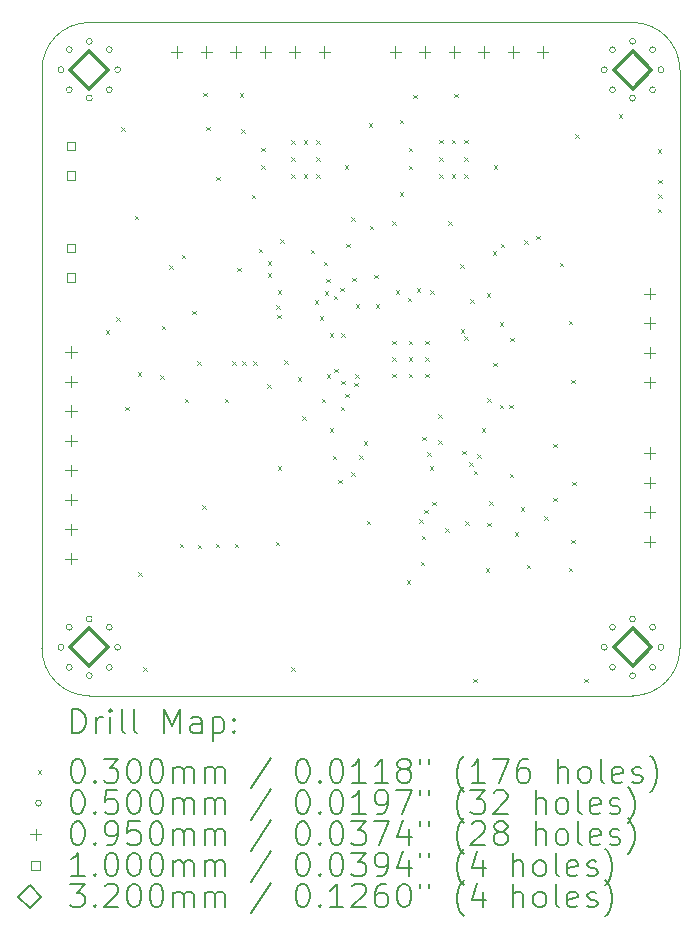
<source format=gbr>
%TF.GenerationSoftware,KiCad,Pcbnew,8.0.5*%
%TF.CreationDate,2024-10-23T11:00:39+02:00*%
%TF.ProjectId,Projet_torero,50726f6a-6574-45f7-946f-7265726f2e6b,rev?*%
%TF.SameCoordinates,Original*%
%TF.FileFunction,Drillmap*%
%TF.FilePolarity,Positive*%
%FSLAX45Y45*%
G04 Gerber Fmt 4.5, Leading zero omitted, Abs format (unit mm)*
G04 Created by KiCad (PCBNEW 8.0.5) date 2024-10-23 11:00:39*
%MOMM*%
%LPD*%
G01*
G04 APERTURE LIST*
%ADD10C,0.100000*%
%ADD11C,0.200000*%
%ADD12C,0.320000*%
G04 APERTURE END LIST*
D10*
X14400000Y-10700000D02*
X19000000Y-10700000D01*
X19000000Y-5000000D02*
G75*
G02*
X19400000Y-5400000I0J-400000D01*
G01*
X14000000Y-5400000D02*
G75*
G02*
X14400000Y-5000000I400000J0D01*
G01*
X14400000Y-10700000D02*
G75*
G02*
X14000000Y-10300000I0J400000D01*
G01*
X19400000Y-10300000D02*
X19400000Y-5400000D01*
X14000000Y-5400000D02*
X14000000Y-10300000D01*
X19000000Y-5000000D02*
X14400000Y-5000000D01*
X19400000Y-10300000D02*
G75*
G02*
X19000000Y-10700000I-400000J0D01*
G01*
D11*
D10*
X14540000Y-7607500D02*
X14570000Y-7637500D01*
X14570000Y-7607500D02*
X14540000Y-7637500D01*
X14630000Y-7495000D02*
X14660000Y-7525000D01*
X14660000Y-7495000D02*
X14630000Y-7525000D01*
X14670000Y-5885000D02*
X14700000Y-5915000D01*
X14700000Y-5885000D02*
X14670000Y-5915000D01*
X14705000Y-8255000D02*
X14735000Y-8285000D01*
X14735000Y-8255000D02*
X14705000Y-8285000D01*
X14785000Y-6635000D02*
X14815000Y-6665000D01*
X14815000Y-6635000D02*
X14785000Y-6665000D01*
X14810000Y-7962500D02*
X14840000Y-7992500D01*
X14840000Y-7962500D02*
X14810000Y-7992500D01*
X14815000Y-9655000D02*
X14845000Y-9685000D01*
X14845000Y-9655000D02*
X14815000Y-9685000D01*
X14856250Y-10460000D02*
X14886250Y-10490000D01*
X14886250Y-10460000D02*
X14856250Y-10490000D01*
X15002500Y-7985000D02*
X15032500Y-8015000D01*
X15032500Y-7985000D02*
X15002500Y-8015000D01*
X15012500Y-7567500D02*
X15042500Y-7597500D01*
X15042500Y-7567500D02*
X15012500Y-7597500D01*
X15077500Y-7057500D02*
X15107500Y-7087500D01*
X15107500Y-7057500D02*
X15077500Y-7087500D01*
X15167500Y-9412500D02*
X15197500Y-9442500D01*
X15197500Y-9412500D02*
X15167500Y-9442500D01*
X15182500Y-6965000D02*
X15212500Y-6995000D01*
X15212500Y-6965000D02*
X15182500Y-6995000D01*
X15210000Y-8185000D02*
X15240000Y-8215000D01*
X15240000Y-8185000D02*
X15210000Y-8215000D01*
X15270000Y-7440000D02*
X15300000Y-7470000D01*
X15300000Y-7440000D02*
X15270000Y-7470000D01*
X15315000Y-7870000D02*
X15345000Y-7900000D01*
X15345000Y-7870000D02*
X15315000Y-7900000D01*
X15317500Y-9422500D02*
X15347500Y-9452500D01*
X15347500Y-9422500D02*
X15317500Y-9452500D01*
X15355000Y-9085000D02*
X15385000Y-9115000D01*
X15385000Y-9085000D02*
X15355000Y-9115000D01*
X15365000Y-5595000D02*
X15395000Y-5625000D01*
X15395000Y-5595000D02*
X15365000Y-5625000D01*
X15390000Y-5882500D02*
X15420000Y-5912500D01*
X15420000Y-5882500D02*
X15390000Y-5912500D01*
X15470000Y-9415000D02*
X15500000Y-9445000D01*
X15500000Y-9415000D02*
X15470000Y-9445000D01*
X15475000Y-6305000D02*
X15505000Y-6335000D01*
X15505000Y-6305000D02*
X15475000Y-6335000D01*
X15547500Y-8185000D02*
X15577500Y-8215000D01*
X15577500Y-8185000D02*
X15547500Y-8215000D01*
X15610000Y-7870000D02*
X15640000Y-7900000D01*
X15640000Y-7870000D02*
X15610000Y-7900000D01*
X15630000Y-9412500D02*
X15660000Y-9442500D01*
X15660000Y-9412500D02*
X15630000Y-9442500D01*
X15655000Y-7075000D02*
X15685000Y-7105000D01*
X15685000Y-7075000D02*
X15655000Y-7105000D01*
X15675000Y-5597500D02*
X15705000Y-5627500D01*
X15705000Y-5597500D02*
X15675000Y-5627500D01*
X15685000Y-5905000D02*
X15715000Y-5935000D01*
X15715000Y-5905000D02*
X15685000Y-5935000D01*
X15695000Y-7870000D02*
X15725000Y-7900000D01*
X15725000Y-7870000D02*
X15695000Y-7900000D01*
X15777500Y-6460000D02*
X15807500Y-6490000D01*
X15807500Y-6460000D02*
X15777500Y-6490000D01*
X15790000Y-7870000D02*
X15820000Y-7900000D01*
X15820000Y-7870000D02*
X15790000Y-7900000D01*
X15835000Y-6915000D02*
X15865000Y-6945000D01*
X15865000Y-6915000D02*
X15835000Y-6945000D01*
X15855000Y-6060000D02*
X15885000Y-6090000D01*
X15885000Y-6060000D02*
X15855000Y-6090000D01*
X15855000Y-6210000D02*
X15885000Y-6240000D01*
X15885000Y-6210000D02*
X15855000Y-6240000D01*
X15905000Y-8065000D02*
X15935000Y-8095000D01*
X15935000Y-8065000D02*
X15905000Y-8095000D01*
X15912500Y-7022500D02*
X15942500Y-7052500D01*
X15942500Y-7022500D02*
X15912500Y-7052500D01*
X15912500Y-7125000D02*
X15942500Y-7155000D01*
X15942500Y-7125000D02*
X15912500Y-7155000D01*
X15977500Y-9397500D02*
X16007500Y-9427500D01*
X16007500Y-9397500D02*
X15977500Y-9427500D01*
X15985000Y-7392500D02*
X16015000Y-7422500D01*
X16015000Y-7392500D02*
X15985000Y-7422500D01*
X15993535Y-7473535D02*
X16023535Y-7503535D01*
X16023535Y-7473535D02*
X15993535Y-7503535D01*
X15995000Y-7267500D02*
X16025000Y-7297500D01*
X16025000Y-7267500D02*
X15995000Y-7297500D01*
X15995000Y-8755000D02*
X16025000Y-8785000D01*
X16025000Y-8755000D02*
X15995000Y-8785000D01*
X16015000Y-6835000D02*
X16045000Y-6865000D01*
X16045000Y-6835000D02*
X16015000Y-6865000D01*
X16050000Y-7860000D02*
X16080000Y-7890000D01*
X16080000Y-7860000D02*
X16050000Y-7890000D01*
X16110000Y-5995000D02*
X16140000Y-6025000D01*
X16140000Y-5995000D02*
X16110000Y-6025000D01*
X16110000Y-6140000D02*
X16140000Y-6170000D01*
X16140000Y-6140000D02*
X16110000Y-6170000D01*
X16110000Y-6285000D02*
X16140000Y-6315000D01*
X16140000Y-6285000D02*
X16110000Y-6315000D01*
X16110000Y-10460000D02*
X16140000Y-10490000D01*
X16140000Y-10460000D02*
X16110000Y-10490000D01*
X16165000Y-8005000D02*
X16195000Y-8035000D01*
X16195000Y-8005000D02*
X16165000Y-8035000D01*
X16205000Y-8335000D02*
X16235000Y-8365000D01*
X16235000Y-8335000D02*
X16205000Y-8365000D01*
X16215000Y-5995000D02*
X16245000Y-6025000D01*
X16245000Y-5995000D02*
X16215000Y-6025000D01*
X16215000Y-6285000D02*
X16245000Y-6315000D01*
X16245000Y-6285000D02*
X16215000Y-6315000D01*
X16275000Y-6925000D02*
X16305000Y-6955000D01*
X16305000Y-6925000D02*
X16275000Y-6955000D01*
X16307500Y-7352500D02*
X16337500Y-7382500D01*
X16337500Y-7352500D02*
X16307500Y-7382500D01*
X16320000Y-5995000D02*
X16350000Y-6025000D01*
X16350000Y-5995000D02*
X16320000Y-6025000D01*
X16320000Y-6140000D02*
X16350000Y-6170000D01*
X16350000Y-6140000D02*
X16320000Y-6170000D01*
X16320000Y-6285000D02*
X16350000Y-6315000D01*
X16350000Y-6285000D02*
X16320000Y-6315000D01*
X16352500Y-7485000D02*
X16382500Y-7515000D01*
X16382500Y-7485000D02*
X16352500Y-7515000D01*
X16370000Y-8185000D02*
X16400000Y-8215000D01*
X16400000Y-8185000D02*
X16370000Y-8215000D01*
X16385141Y-7025141D02*
X16415141Y-7055141D01*
X16415141Y-7025141D02*
X16385141Y-7055141D01*
X16392500Y-7277500D02*
X16422500Y-7307500D01*
X16422500Y-7277500D02*
X16392500Y-7307500D01*
X16407500Y-7170000D02*
X16437500Y-7200000D01*
X16437500Y-7170000D02*
X16407500Y-7200000D01*
X16412500Y-7977500D02*
X16442500Y-8007500D01*
X16442500Y-7977500D02*
X16412500Y-8007500D01*
X16435000Y-8435000D02*
X16465000Y-8465000D01*
X16465000Y-8435000D02*
X16435000Y-8465000D01*
X16437500Y-7632500D02*
X16467500Y-7662500D01*
X16467500Y-7632500D02*
X16437500Y-7662500D01*
X16462500Y-8667500D02*
X16492500Y-8697500D01*
X16492500Y-8667500D02*
X16462500Y-8697500D01*
X16470000Y-7315000D02*
X16500000Y-7345000D01*
X16500000Y-7315000D02*
X16470000Y-7345000D01*
X16472500Y-7932500D02*
X16502500Y-7962500D01*
X16502500Y-7932500D02*
X16472500Y-7962500D01*
X16509718Y-8870282D02*
X16539718Y-8900282D01*
X16539718Y-8870282D02*
X16509718Y-8900282D01*
X16525000Y-7247500D02*
X16555000Y-7277500D01*
X16555000Y-7247500D02*
X16525000Y-7277500D01*
X16530000Y-8255000D02*
X16560000Y-8285000D01*
X16560000Y-8255000D02*
X16530000Y-8285000D01*
X16532500Y-8032500D02*
X16562500Y-8062500D01*
X16562500Y-8032500D02*
X16532500Y-8062500D01*
X16535000Y-7630000D02*
X16565000Y-7660000D01*
X16565000Y-7630000D02*
X16535000Y-7660000D01*
X16565000Y-6207500D02*
X16595000Y-6237500D01*
X16595000Y-6207500D02*
X16565000Y-6237500D01*
X16567218Y-8145000D02*
X16597218Y-8175000D01*
X16597218Y-8145000D02*
X16567218Y-8175000D01*
X16577500Y-6872500D02*
X16607500Y-6902500D01*
X16607500Y-6872500D02*
X16577500Y-6902500D01*
X16620000Y-6650000D02*
X16650000Y-6680000D01*
X16650000Y-6650000D02*
X16620000Y-6680000D01*
X16620000Y-8807500D02*
X16650000Y-8837500D01*
X16650000Y-8807500D02*
X16620000Y-8837500D01*
X16627500Y-7160000D02*
X16657500Y-7190000D01*
X16657500Y-7160000D02*
X16627500Y-7190000D01*
X16643622Y-8051122D02*
X16673622Y-8081122D01*
X16673622Y-8051122D02*
X16643622Y-8081122D01*
X16651137Y-7980000D02*
X16681137Y-8010000D01*
X16681137Y-7980000D02*
X16651137Y-8010000D01*
X16655000Y-7387500D02*
X16685000Y-7417500D01*
X16685000Y-7387500D02*
X16655000Y-7417500D01*
X16683750Y-8663750D02*
X16713750Y-8693750D01*
X16713750Y-8663750D02*
X16683750Y-8693750D01*
X16725000Y-8545000D02*
X16755000Y-8575000D01*
X16755000Y-8545000D02*
X16725000Y-8575000D01*
X16750000Y-9220000D02*
X16780000Y-9250000D01*
X16780000Y-9220000D02*
X16750000Y-9250000D01*
X16767500Y-5852500D02*
X16797500Y-5882500D01*
X16797500Y-5852500D02*
X16767500Y-5882500D01*
X16775000Y-6722500D02*
X16805000Y-6752500D01*
X16805000Y-6722500D02*
X16775000Y-6752500D01*
X16811317Y-7136317D02*
X16841317Y-7166317D01*
X16841317Y-7136317D02*
X16811317Y-7166317D01*
X16825000Y-7385000D02*
X16855000Y-7415000D01*
X16855000Y-7385000D02*
X16825000Y-7415000D01*
X16965000Y-7695000D02*
X16995000Y-7725000D01*
X16995000Y-7695000D02*
X16965000Y-7725000D01*
X16965000Y-7835000D02*
X16995000Y-7865000D01*
X16995000Y-7835000D02*
X16965000Y-7865000D01*
X16965000Y-7975000D02*
X16995000Y-8005000D01*
X16995000Y-7975000D02*
X16965000Y-8005000D01*
X16967500Y-6685000D02*
X16997500Y-6715000D01*
X16997500Y-6685000D02*
X16967500Y-6715000D01*
X16995000Y-7265000D02*
X17025000Y-7295000D01*
X17025000Y-7265000D02*
X16995000Y-7295000D01*
X17030000Y-5825000D02*
X17060000Y-5855000D01*
X17060000Y-5825000D02*
X17030000Y-5855000D01*
X17030000Y-6435000D02*
X17060000Y-6465000D01*
X17060000Y-6435000D02*
X17030000Y-6465000D01*
X17090000Y-9722500D02*
X17120000Y-9752500D01*
X17120000Y-9722500D02*
X17090000Y-9752500D01*
X17097927Y-7328501D02*
X17127927Y-7358501D01*
X17127927Y-7328501D02*
X17097927Y-7358501D01*
X17105000Y-6059250D02*
X17135000Y-6089250D01*
X17135000Y-6059250D02*
X17105000Y-6089250D01*
X17105000Y-6214250D02*
X17135000Y-6244250D01*
X17135000Y-6214250D02*
X17105000Y-6244250D01*
X17105000Y-7695000D02*
X17135000Y-7725000D01*
X17135000Y-7695000D02*
X17105000Y-7725000D01*
X17105000Y-7835000D02*
X17135000Y-7865000D01*
X17135000Y-7835000D02*
X17105000Y-7865000D01*
X17105000Y-7975000D02*
X17135000Y-8005000D01*
X17135000Y-7975000D02*
X17105000Y-8005000D01*
X17145000Y-5610000D02*
X17175000Y-5640000D01*
X17175000Y-5610000D02*
X17145000Y-5640000D01*
X17172672Y-7250068D02*
X17202672Y-7280068D01*
X17202672Y-7250068D02*
X17172672Y-7280068D01*
X17195000Y-9205000D02*
X17225000Y-9235000D01*
X17225000Y-9205000D02*
X17195000Y-9235000D01*
X17205000Y-9565000D02*
X17235000Y-9595000D01*
X17235000Y-9565000D02*
X17205000Y-9595000D01*
X17215000Y-9345000D02*
X17245000Y-9375000D01*
X17245000Y-9345000D02*
X17215000Y-9375000D01*
X17217500Y-8507500D02*
X17247500Y-8537500D01*
X17247500Y-8507500D02*
X17217500Y-8537500D01*
X17235000Y-9125000D02*
X17265000Y-9155000D01*
X17265000Y-9125000D02*
X17235000Y-9155000D01*
X17245000Y-7695000D02*
X17275000Y-7725000D01*
X17275000Y-7695000D02*
X17245000Y-7725000D01*
X17245000Y-7835000D02*
X17275000Y-7865000D01*
X17275000Y-7835000D02*
X17245000Y-7865000D01*
X17245000Y-7975000D02*
X17275000Y-8005000D01*
X17275000Y-7975000D02*
X17245000Y-8005000D01*
X17262500Y-8640000D02*
X17292500Y-8670000D01*
X17292500Y-8640000D02*
X17262500Y-8670000D01*
X17284268Y-8759268D02*
X17314268Y-8789268D01*
X17314268Y-8759268D02*
X17284268Y-8789268D01*
X17286360Y-7266360D02*
X17316360Y-7296360D01*
X17316360Y-7266360D02*
X17286360Y-7296360D01*
X17305000Y-9057500D02*
X17335000Y-9087500D01*
X17335000Y-9057500D02*
X17305000Y-9087500D01*
X17352500Y-8317500D02*
X17382500Y-8347500D01*
X17382500Y-8317500D02*
X17352500Y-8347500D01*
X17352500Y-8537500D02*
X17382500Y-8567500D01*
X17382500Y-8537500D02*
X17352500Y-8567500D01*
X17365000Y-5994250D02*
X17395000Y-6024250D01*
X17395000Y-5994250D02*
X17365000Y-6024250D01*
X17365000Y-6139250D02*
X17395000Y-6169250D01*
X17395000Y-6139250D02*
X17365000Y-6169250D01*
X17365000Y-6284250D02*
X17395000Y-6314250D01*
X17395000Y-6284250D02*
X17365000Y-6314250D01*
X17415000Y-9282500D02*
X17445000Y-9312500D01*
X17445000Y-9282500D02*
X17415000Y-9312500D01*
X17440000Y-6685000D02*
X17470000Y-6715000D01*
X17470000Y-6685000D02*
X17440000Y-6715000D01*
X17470000Y-5994250D02*
X17500000Y-6024250D01*
X17500000Y-5994250D02*
X17470000Y-6024250D01*
X17470000Y-6284250D02*
X17500000Y-6314250D01*
X17500000Y-6284250D02*
X17470000Y-6314250D01*
X17492500Y-5605000D02*
X17522500Y-5635000D01*
X17522500Y-5605000D02*
X17492500Y-5635000D01*
X17541250Y-7048750D02*
X17571250Y-7078750D01*
X17571250Y-7048750D02*
X17541250Y-7078750D01*
X17545931Y-7596862D02*
X17575931Y-7626862D01*
X17575931Y-7596862D02*
X17545931Y-7626862D01*
X17556109Y-8626109D02*
X17586109Y-8656109D01*
X17586109Y-8626109D02*
X17556109Y-8656109D01*
X17575000Y-5994250D02*
X17605000Y-6024250D01*
X17605000Y-5994250D02*
X17575000Y-6024250D01*
X17575000Y-6139250D02*
X17605000Y-6169250D01*
X17605000Y-6139250D02*
X17575000Y-6169250D01*
X17575000Y-6284250D02*
X17605000Y-6314250D01*
X17605000Y-6284250D02*
X17575000Y-6314250D01*
X17575000Y-7655000D02*
X17605000Y-7685000D01*
X17605000Y-7655000D02*
X17575000Y-7685000D01*
X17583000Y-9225000D02*
X17613000Y-9255000D01*
X17613000Y-9225000D02*
X17583000Y-9255000D01*
X17615000Y-8725000D02*
X17645000Y-8755000D01*
X17645000Y-8725000D02*
X17615000Y-8755000D01*
X17625000Y-7345000D02*
X17655000Y-7375000D01*
X17655000Y-7345000D02*
X17625000Y-7375000D01*
X17652500Y-10557500D02*
X17682500Y-10587500D01*
X17682500Y-10557500D02*
X17652500Y-10587500D01*
X17655000Y-8795000D02*
X17685000Y-8825000D01*
X17685000Y-8795000D02*
X17655000Y-8825000D01*
X17685000Y-8655000D02*
X17715000Y-8685000D01*
X17715000Y-8655000D02*
X17685000Y-8685000D01*
X17722000Y-8435000D02*
X17752000Y-8465000D01*
X17752000Y-8435000D02*
X17722000Y-8465000D01*
X17757500Y-9622000D02*
X17787500Y-9652000D01*
X17787500Y-9622000D02*
X17757500Y-9652000D01*
X17763536Y-7293536D02*
X17793536Y-7323536D01*
X17793536Y-7293536D02*
X17763536Y-7323536D01*
X17770000Y-8180000D02*
X17800000Y-8210000D01*
X17800000Y-8180000D02*
X17770000Y-8210000D01*
X17770000Y-9235000D02*
X17800000Y-9265000D01*
X17800000Y-9235000D02*
X17770000Y-9265000D01*
X17784616Y-9055384D02*
X17814616Y-9085384D01*
X17814616Y-9055384D02*
X17784616Y-9085384D01*
X17815000Y-6935000D02*
X17845000Y-6965000D01*
X17845000Y-6935000D02*
X17815000Y-6965000D01*
X17820000Y-7882500D02*
X17850000Y-7912500D01*
X17850000Y-7882500D02*
X17820000Y-7912500D01*
X17825000Y-6206750D02*
X17855000Y-6236750D01*
X17855000Y-6206750D02*
X17825000Y-6236750D01*
X17875000Y-7537500D02*
X17905000Y-7567500D01*
X17905000Y-7537500D02*
X17875000Y-7567500D01*
X17875000Y-8235000D02*
X17905000Y-8265000D01*
X17905000Y-8235000D02*
X17875000Y-8265000D01*
X17882500Y-6872500D02*
X17912500Y-6902500D01*
X17912500Y-6872500D02*
X17882500Y-6902500D01*
X17955000Y-8235000D02*
X17985000Y-8265000D01*
X17985000Y-8235000D02*
X17955000Y-8265000D01*
X17959859Y-8822359D02*
X17989859Y-8852359D01*
X17989859Y-8822359D02*
X17959859Y-8852359D01*
X17965000Y-7667500D02*
X17995000Y-7697500D01*
X17995000Y-7667500D02*
X17965000Y-7697500D01*
X18002500Y-9317500D02*
X18032500Y-9347500D01*
X18032500Y-9317500D02*
X18002500Y-9347500D01*
X18055000Y-9105000D02*
X18085000Y-9135000D01*
X18085000Y-9105000D02*
X18055000Y-9135000D01*
X18085000Y-6845000D02*
X18115000Y-6875000D01*
X18115000Y-6845000D02*
X18085000Y-6875000D01*
X18105000Y-9590000D02*
X18135000Y-9620000D01*
X18135000Y-9590000D02*
X18105000Y-9620000D01*
X18185000Y-6805000D02*
X18215000Y-6835000D01*
X18215000Y-6805000D02*
X18185000Y-6835000D01*
X18250000Y-9182500D02*
X18280000Y-9212500D01*
X18280000Y-9182500D02*
X18250000Y-9212500D01*
X18330000Y-8567500D02*
X18360000Y-8597500D01*
X18360000Y-8567500D02*
X18330000Y-8597500D01*
X18330000Y-9025000D02*
X18360000Y-9055000D01*
X18360000Y-9025000D02*
X18330000Y-9055000D01*
X18385000Y-7035000D02*
X18415000Y-7065000D01*
X18415000Y-7035000D02*
X18385000Y-7065000D01*
X18460000Y-7525000D02*
X18490000Y-7555000D01*
X18490000Y-7525000D02*
X18460000Y-7555000D01*
X18460000Y-9617500D02*
X18490000Y-9647500D01*
X18490000Y-9617500D02*
X18460000Y-9647500D01*
X18480000Y-8025000D02*
X18510000Y-8055000D01*
X18510000Y-8025000D02*
X18480000Y-8055000D01*
X18480000Y-9380000D02*
X18510000Y-9410000D01*
X18510000Y-9380000D02*
X18480000Y-9410000D01*
X18490000Y-8887500D02*
X18520000Y-8917500D01*
X18520000Y-8887500D02*
X18490000Y-8917500D01*
X18512500Y-5944000D02*
X18542500Y-5974000D01*
X18542500Y-5944000D02*
X18512500Y-5974000D01*
X18590000Y-10555000D02*
X18620000Y-10585000D01*
X18620000Y-10555000D02*
X18590000Y-10585000D01*
X18882500Y-5777500D02*
X18912500Y-5807500D01*
X18912500Y-5777500D02*
X18882500Y-5807500D01*
X19212000Y-6072500D02*
X19242000Y-6102500D01*
X19242000Y-6072500D02*
X19212000Y-6102500D01*
X19215000Y-6575000D02*
X19245000Y-6605000D01*
X19245000Y-6575000D02*
X19215000Y-6605000D01*
X19217000Y-6330000D02*
X19247000Y-6360000D01*
X19247000Y-6330000D02*
X19217000Y-6360000D01*
X19217000Y-6452500D02*
X19247000Y-6482500D01*
X19247000Y-6452500D02*
X19217000Y-6482500D01*
X14185000Y-10290000D02*
G75*
G02*
X14135000Y-10290000I-25000J0D01*
G01*
X14135000Y-10290000D02*
G75*
G02*
X14185000Y-10290000I25000J0D01*
G01*
X14185294Y-5399706D02*
G75*
G02*
X14135294Y-5399706I-25000J0D01*
G01*
X14135294Y-5399706D02*
G75*
G02*
X14185294Y-5399706I25000J0D01*
G01*
X14255294Y-10120294D02*
G75*
G02*
X14205294Y-10120294I-25000J0D01*
G01*
X14205294Y-10120294D02*
G75*
G02*
X14255294Y-10120294I25000J0D01*
G01*
X14255294Y-10459706D02*
G75*
G02*
X14205294Y-10459706I-25000J0D01*
G01*
X14205294Y-10459706D02*
G75*
G02*
X14255294Y-10459706I25000J0D01*
G01*
X14255589Y-5230000D02*
G75*
G02*
X14205589Y-5230000I-25000J0D01*
G01*
X14205589Y-5230000D02*
G75*
G02*
X14255589Y-5230000I25000J0D01*
G01*
X14255589Y-5569411D02*
G75*
G02*
X14205589Y-5569411I-25000J0D01*
G01*
X14205589Y-5569411D02*
G75*
G02*
X14255589Y-5569411I25000J0D01*
G01*
X14425000Y-10050000D02*
G75*
G02*
X14375000Y-10050000I-25000J0D01*
G01*
X14375000Y-10050000D02*
G75*
G02*
X14425000Y-10050000I25000J0D01*
G01*
X14425000Y-10530000D02*
G75*
G02*
X14375000Y-10530000I-25000J0D01*
G01*
X14375000Y-10530000D02*
G75*
G02*
X14425000Y-10530000I25000J0D01*
G01*
X14425294Y-5159706D02*
G75*
G02*
X14375294Y-5159706I-25000J0D01*
G01*
X14375294Y-5159706D02*
G75*
G02*
X14425294Y-5159706I25000J0D01*
G01*
X14425294Y-5639706D02*
G75*
G02*
X14375294Y-5639706I-25000J0D01*
G01*
X14375294Y-5639706D02*
G75*
G02*
X14425294Y-5639706I25000J0D01*
G01*
X14594706Y-10120294D02*
G75*
G02*
X14544706Y-10120294I-25000J0D01*
G01*
X14544706Y-10120294D02*
G75*
G02*
X14594706Y-10120294I25000J0D01*
G01*
X14594706Y-10459706D02*
G75*
G02*
X14544706Y-10459706I-25000J0D01*
G01*
X14544706Y-10459706D02*
G75*
G02*
X14594706Y-10459706I25000J0D01*
G01*
X14595000Y-5230000D02*
G75*
G02*
X14545000Y-5230000I-25000J0D01*
G01*
X14545000Y-5230000D02*
G75*
G02*
X14595000Y-5230000I25000J0D01*
G01*
X14595000Y-5569411D02*
G75*
G02*
X14545000Y-5569411I-25000J0D01*
G01*
X14545000Y-5569411D02*
G75*
G02*
X14595000Y-5569411I25000J0D01*
G01*
X14665000Y-10290000D02*
G75*
G02*
X14615000Y-10290000I-25000J0D01*
G01*
X14615000Y-10290000D02*
G75*
G02*
X14665000Y-10290000I25000J0D01*
G01*
X14665294Y-5399706D02*
G75*
G02*
X14615294Y-5399706I-25000J0D01*
G01*
X14615294Y-5399706D02*
G75*
G02*
X14665294Y-5399706I25000J0D01*
G01*
X18785000Y-5400000D02*
G75*
G02*
X18735000Y-5400000I-25000J0D01*
G01*
X18735000Y-5400000D02*
G75*
G02*
X18785000Y-5400000I25000J0D01*
G01*
X18785000Y-10290000D02*
G75*
G02*
X18735000Y-10290000I-25000J0D01*
G01*
X18735000Y-10290000D02*
G75*
G02*
X18785000Y-10290000I25000J0D01*
G01*
X18855294Y-5230294D02*
G75*
G02*
X18805294Y-5230294I-25000J0D01*
G01*
X18805294Y-5230294D02*
G75*
G02*
X18855294Y-5230294I25000J0D01*
G01*
X18855294Y-5569706D02*
G75*
G02*
X18805294Y-5569706I-25000J0D01*
G01*
X18805294Y-5569706D02*
G75*
G02*
X18855294Y-5569706I25000J0D01*
G01*
X18855294Y-10120294D02*
G75*
G02*
X18805294Y-10120294I-25000J0D01*
G01*
X18805294Y-10120294D02*
G75*
G02*
X18855294Y-10120294I25000J0D01*
G01*
X18855294Y-10459706D02*
G75*
G02*
X18805294Y-10459706I-25000J0D01*
G01*
X18805294Y-10459706D02*
G75*
G02*
X18855294Y-10459706I25000J0D01*
G01*
X19025000Y-5160000D02*
G75*
G02*
X18975000Y-5160000I-25000J0D01*
G01*
X18975000Y-5160000D02*
G75*
G02*
X19025000Y-5160000I25000J0D01*
G01*
X19025000Y-5640000D02*
G75*
G02*
X18975000Y-5640000I-25000J0D01*
G01*
X18975000Y-5640000D02*
G75*
G02*
X19025000Y-5640000I25000J0D01*
G01*
X19025000Y-10050000D02*
G75*
G02*
X18975000Y-10050000I-25000J0D01*
G01*
X18975000Y-10050000D02*
G75*
G02*
X19025000Y-10050000I25000J0D01*
G01*
X19025000Y-10530000D02*
G75*
G02*
X18975000Y-10530000I-25000J0D01*
G01*
X18975000Y-10530000D02*
G75*
G02*
X19025000Y-10530000I25000J0D01*
G01*
X19194706Y-5230294D02*
G75*
G02*
X19144706Y-5230294I-25000J0D01*
G01*
X19144706Y-5230294D02*
G75*
G02*
X19194706Y-5230294I25000J0D01*
G01*
X19194706Y-5569706D02*
G75*
G02*
X19144706Y-5569706I-25000J0D01*
G01*
X19144706Y-5569706D02*
G75*
G02*
X19194706Y-5569706I25000J0D01*
G01*
X19194706Y-10120294D02*
G75*
G02*
X19144706Y-10120294I-25000J0D01*
G01*
X19144706Y-10120294D02*
G75*
G02*
X19194706Y-10120294I25000J0D01*
G01*
X19194706Y-10459706D02*
G75*
G02*
X19144706Y-10459706I-25000J0D01*
G01*
X19144706Y-10459706D02*
G75*
G02*
X19194706Y-10459706I25000J0D01*
G01*
X19265000Y-5400000D02*
G75*
G02*
X19215000Y-5400000I-25000J0D01*
G01*
X19215000Y-5400000D02*
G75*
G02*
X19265000Y-5400000I25000J0D01*
G01*
X19265000Y-10290000D02*
G75*
G02*
X19215000Y-10290000I-25000J0D01*
G01*
X19215000Y-10290000D02*
G75*
G02*
X19265000Y-10290000I25000J0D01*
G01*
X14245000Y-7742500D02*
X14245000Y-7837500D01*
X14197500Y-7790000D02*
X14292500Y-7790000D01*
X14245000Y-7992500D02*
X14245000Y-8087500D01*
X14197500Y-8040000D02*
X14292500Y-8040000D01*
X14245000Y-8242500D02*
X14245000Y-8337500D01*
X14197500Y-8290000D02*
X14292500Y-8290000D01*
X14245000Y-8492500D02*
X14245000Y-8587500D01*
X14197500Y-8540000D02*
X14292500Y-8540000D01*
X14245000Y-8742500D02*
X14245000Y-8837500D01*
X14197500Y-8790000D02*
X14292500Y-8790000D01*
X14245000Y-8992500D02*
X14245000Y-9087500D01*
X14197500Y-9040000D02*
X14292500Y-9040000D01*
X14245000Y-9242500D02*
X14245000Y-9337500D01*
X14197500Y-9290000D02*
X14292500Y-9290000D01*
X14245000Y-9492500D02*
X14245000Y-9587500D01*
X14197500Y-9540000D02*
X14292500Y-9540000D01*
X15140000Y-5202500D02*
X15140000Y-5297500D01*
X15092500Y-5250000D02*
X15187500Y-5250000D01*
X15390000Y-5202500D02*
X15390000Y-5297500D01*
X15342500Y-5250000D02*
X15437500Y-5250000D01*
X15640000Y-5202500D02*
X15640000Y-5297500D01*
X15592500Y-5250000D02*
X15687500Y-5250000D01*
X15890000Y-5202500D02*
X15890000Y-5297500D01*
X15842500Y-5250000D02*
X15937500Y-5250000D01*
X16140000Y-5202500D02*
X16140000Y-5297500D01*
X16092500Y-5250000D02*
X16187500Y-5250000D01*
X16390000Y-5202500D02*
X16390000Y-5297500D01*
X16342500Y-5250000D02*
X16437500Y-5250000D01*
X16990000Y-5202500D02*
X16990000Y-5297500D01*
X16942500Y-5250000D02*
X17037500Y-5250000D01*
X17240000Y-5202500D02*
X17240000Y-5297500D01*
X17192500Y-5250000D02*
X17287500Y-5250000D01*
X17490000Y-5202500D02*
X17490000Y-5297500D01*
X17442500Y-5250000D02*
X17537500Y-5250000D01*
X17740000Y-5202500D02*
X17740000Y-5297500D01*
X17692500Y-5250000D02*
X17787500Y-5250000D01*
X17990000Y-5202500D02*
X17990000Y-5297500D01*
X17942500Y-5250000D02*
X18037500Y-5250000D01*
X18240000Y-5202500D02*
X18240000Y-5297500D01*
X18192500Y-5250000D02*
X18287500Y-5250000D01*
X19145000Y-7247500D02*
X19145000Y-7342500D01*
X19097500Y-7295000D02*
X19192500Y-7295000D01*
X19145000Y-7497500D02*
X19145000Y-7592500D01*
X19097500Y-7545000D02*
X19192500Y-7545000D01*
X19145000Y-7747500D02*
X19145000Y-7842500D01*
X19097500Y-7795000D02*
X19192500Y-7795000D01*
X19145000Y-7997500D02*
X19145000Y-8092500D01*
X19097500Y-8045000D02*
X19192500Y-8045000D01*
X19145000Y-8597500D02*
X19145000Y-8692500D01*
X19097500Y-8645000D02*
X19192500Y-8645000D01*
X19145000Y-8847500D02*
X19145000Y-8942500D01*
X19097500Y-8895000D02*
X19192500Y-8895000D01*
X19145000Y-9097500D02*
X19145000Y-9192500D01*
X19097500Y-9145000D02*
X19192500Y-9145000D01*
X19145000Y-9347500D02*
X19145000Y-9442500D01*
X19097500Y-9395000D02*
X19192500Y-9395000D01*
X14280356Y-6080356D02*
X14280356Y-6009644D01*
X14209644Y-6009644D01*
X14209644Y-6080356D01*
X14280356Y-6080356D01*
X14280356Y-6330356D02*
X14280356Y-6259644D01*
X14209644Y-6259644D01*
X14209644Y-6330356D01*
X14280356Y-6330356D01*
X14280356Y-6945356D02*
X14280356Y-6874644D01*
X14209644Y-6874644D01*
X14209644Y-6945356D01*
X14280356Y-6945356D01*
X14280356Y-7195356D02*
X14280356Y-7124644D01*
X14209644Y-7124644D01*
X14209644Y-7195356D01*
X14280356Y-7195356D01*
D12*
X14400000Y-10450000D02*
X14560000Y-10290000D01*
X14400000Y-10130000D01*
X14240000Y-10290000D01*
X14400000Y-10450000D01*
X14400294Y-5559706D02*
X14560294Y-5399706D01*
X14400294Y-5239706D01*
X14240294Y-5399706D01*
X14400294Y-5559706D01*
X19000000Y-5560000D02*
X19160000Y-5400000D01*
X19000000Y-5240000D01*
X18840000Y-5400000D01*
X19000000Y-5560000D01*
X19000000Y-10450000D02*
X19160000Y-10290000D01*
X19000000Y-10130000D01*
X18840000Y-10290000D01*
X19000000Y-10450000D01*
D11*
X14255777Y-11016484D02*
X14255777Y-10816484D01*
X14255777Y-10816484D02*
X14303396Y-10816484D01*
X14303396Y-10816484D02*
X14331967Y-10826008D01*
X14331967Y-10826008D02*
X14351015Y-10845055D01*
X14351015Y-10845055D02*
X14360539Y-10864103D01*
X14360539Y-10864103D02*
X14370062Y-10902198D01*
X14370062Y-10902198D02*
X14370062Y-10930770D01*
X14370062Y-10930770D02*
X14360539Y-10968865D01*
X14360539Y-10968865D02*
X14351015Y-10987912D01*
X14351015Y-10987912D02*
X14331967Y-11006960D01*
X14331967Y-11006960D02*
X14303396Y-11016484D01*
X14303396Y-11016484D02*
X14255777Y-11016484D01*
X14455777Y-11016484D02*
X14455777Y-10883150D01*
X14455777Y-10921246D02*
X14465301Y-10902198D01*
X14465301Y-10902198D02*
X14474824Y-10892674D01*
X14474824Y-10892674D02*
X14493872Y-10883150D01*
X14493872Y-10883150D02*
X14512920Y-10883150D01*
X14579586Y-11016484D02*
X14579586Y-10883150D01*
X14579586Y-10816484D02*
X14570062Y-10826008D01*
X14570062Y-10826008D02*
X14579586Y-10835531D01*
X14579586Y-10835531D02*
X14589110Y-10826008D01*
X14589110Y-10826008D02*
X14579586Y-10816484D01*
X14579586Y-10816484D02*
X14579586Y-10835531D01*
X14703396Y-11016484D02*
X14684348Y-11006960D01*
X14684348Y-11006960D02*
X14674824Y-10987912D01*
X14674824Y-10987912D02*
X14674824Y-10816484D01*
X14808158Y-11016484D02*
X14789110Y-11006960D01*
X14789110Y-11006960D02*
X14779586Y-10987912D01*
X14779586Y-10987912D02*
X14779586Y-10816484D01*
X15036729Y-11016484D02*
X15036729Y-10816484D01*
X15036729Y-10816484D02*
X15103396Y-10959341D01*
X15103396Y-10959341D02*
X15170062Y-10816484D01*
X15170062Y-10816484D02*
X15170062Y-11016484D01*
X15351015Y-11016484D02*
X15351015Y-10911722D01*
X15351015Y-10911722D02*
X15341491Y-10892674D01*
X15341491Y-10892674D02*
X15322443Y-10883150D01*
X15322443Y-10883150D02*
X15284348Y-10883150D01*
X15284348Y-10883150D02*
X15265301Y-10892674D01*
X15351015Y-11006960D02*
X15331967Y-11016484D01*
X15331967Y-11016484D02*
X15284348Y-11016484D01*
X15284348Y-11016484D02*
X15265301Y-11006960D01*
X15265301Y-11006960D02*
X15255777Y-10987912D01*
X15255777Y-10987912D02*
X15255777Y-10968865D01*
X15255777Y-10968865D02*
X15265301Y-10949817D01*
X15265301Y-10949817D02*
X15284348Y-10940293D01*
X15284348Y-10940293D02*
X15331967Y-10940293D01*
X15331967Y-10940293D02*
X15351015Y-10930770D01*
X15446253Y-10883150D02*
X15446253Y-11083150D01*
X15446253Y-10892674D02*
X15465301Y-10883150D01*
X15465301Y-10883150D02*
X15503396Y-10883150D01*
X15503396Y-10883150D02*
X15522443Y-10892674D01*
X15522443Y-10892674D02*
X15531967Y-10902198D01*
X15531967Y-10902198D02*
X15541491Y-10921246D01*
X15541491Y-10921246D02*
X15541491Y-10978389D01*
X15541491Y-10978389D02*
X15531967Y-10997436D01*
X15531967Y-10997436D02*
X15522443Y-11006960D01*
X15522443Y-11006960D02*
X15503396Y-11016484D01*
X15503396Y-11016484D02*
X15465301Y-11016484D01*
X15465301Y-11016484D02*
X15446253Y-11006960D01*
X15627205Y-10997436D02*
X15636729Y-11006960D01*
X15636729Y-11006960D02*
X15627205Y-11016484D01*
X15627205Y-11016484D02*
X15617682Y-11006960D01*
X15617682Y-11006960D02*
X15627205Y-10997436D01*
X15627205Y-10997436D02*
X15627205Y-11016484D01*
X15627205Y-10892674D02*
X15636729Y-10902198D01*
X15636729Y-10902198D02*
X15627205Y-10911722D01*
X15627205Y-10911722D02*
X15617682Y-10902198D01*
X15617682Y-10902198D02*
X15627205Y-10892674D01*
X15627205Y-10892674D02*
X15627205Y-10911722D01*
D10*
X13965000Y-11330000D02*
X13995000Y-11360000D01*
X13995000Y-11330000D02*
X13965000Y-11360000D01*
D11*
X14293872Y-11236484D02*
X14312920Y-11236484D01*
X14312920Y-11236484D02*
X14331967Y-11246008D01*
X14331967Y-11246008D02*
X14341491Y-11255531D01*
X14341491Y-11255531D02*
X14351015Y-11274579D01*
X14351015Y-11274579D02*
X14360539Y-11312674D01*
X14360539Y-11312674D02*
X14360539Y-11360293D01*
X14360539Y-11360293D02*
X14351015Y-11398388D01*
X14351015Y-11398388D02*
X14341491Y-11417436D01*
X14341491Y-11417436D02*
X14331967Y-11426960D01*
X14331967Y-11426960D02*
X14312920Y-11436484D01*
X14312920Y-11436484D02*
X14293872Y-11436484D01*
X14293872Y-11436484D02*
X14274824Y-11426960D01*
X14274824Y-11426960D02*
X14265301Y-11417436D01*
X14265301Y-11417436D02*
X14255777Y-11398388D01*
X14255777Y-11398388D02*
X14246253Y-11360293D01*
X14246253Y-11360293D02*
X14246253Y-11312674D01*
X14246253Y-11312674D02*
X14255777Y-11274579D01*
X14255777Y-11274579D02*
X14265301Y-11255531D01*
X14265301Y-11255531D02*
X14274824Y-11246008D01*
X14274824Y-11246008D02*
X14293872Y-11236484D01*
X14446253Y-11417436D02*
X14455777Y-11426960D01*
X14455777Y-11426960D02*
X14446253Y-11436484D01*
X14446253Y-11436484D02*
X14436729Y-11426960D01*
X14436729Y-11426960D02*
X14446253Y-11417436D01*
X14446253Y-11417436D02*
X14446253Y-11436484D01*
X14522443Y-11236484D02*
X14646253Y-11236484D01*
X14646253Y-11236484D02*
X14579586Y-11312674D01*
X14579586Y-11312674D02*
X14608158Y-11312674D01*
X14608158Y-11312674D02*
X14627205Y-11322198D01*
X14627205Y-11322198D02*
X14636729Y-11331722D01*
X14636729Y-11331722D02*
X14646253Y-11350769D01*
X14646253Y-11350769D02*
X14646253Y-11398388D01*
X14646253Y-11398388D02*
X14636729Y-11417436D01*
X14636729Y-11417436D02*
X14627205Y-11426960D01*
X14627205Y-11426960D02*
X14608158Y-11436484D01*
X14608158Y-11436484D02*
X14551015Y-11436484D01*
X14551015Y-11436484D02*
X14531967Y-11426960D01*
X14531967Y-11426960D02*
X14522443Y-11417436D01*
X14770062Y-11236484D02*
X14789110Y-11236484D01*
X14789110Y-11236484D02*
X14808158Y-11246008D01*
X14808158Y-11246008D02*
X14817682Y-11255531D01*
X14817682Y-11255531D02*
X14827205Y-11274579D01*
X14827205Y-11274579D02*
X14836729Y-11312674D01*
X14836729Y-11312674D02*
X14836729Y-11360293D01*
X14836729Y-11360293D02*
X14827205Y-11398388D01*
X14827205Y-11398388D02*
X14817682Y-11417436D01*
X14817682Y-11417436D02*
X14808158Y-11426960D01*
X14808158Y-11426960D02*
X14789110Y-11436484D01*
X14789110Y-11436484D02*
X14770062Y-11436484D01*
X14770062Y-11436484D02*
X14751015Y-11426960D01*
X14751015Y-11426960D02*
X14741491Y-11417436D01*
X14741491Y-11417436D02*
X14731967Y-11398388D01*
X14731967Y-11398388D02*
X14722443Y-11360293D01*
X14722443Y-11360293D02*
X14722443Y-11312674D01*
X14722443Y-11312674D02*
X14731967Y-11274579D01*
X14731967Y-11274579D02*
X14741491Y-11255531D01*
X14741491Y-11255531D02*
X14751015Y-11246008D01*
X14751015Y-11246008D02*
X14770062Y-11236484D01*
X14960539Y-11236484D02*
X14979586Y-11236484D01*
X14979586Y-11236484D02*
X14998634Y-11246008D01*
X14998634Y-11246008D02*
X15008158Y-11255531D01*
X15008158Y-11255531D02*
X15017682Y-11274579D01*
X15017682Y-11274579D02*
X15027205Y-11312674D01*
X15027205Y-11312674D02*
X15027205Y-11360293D01*
X15027205Y-11360293D02*
X15017682Y-11398388D01*
X15017682Y-11398388D02*
X15008158Y-11417436D01*
X15008158Y-11417436D02*
X14998634Y-11426960D01*
X14998634Y-11426960D02*
X14979586Y-11436484D01*
X14979586Y-11436484D02*
X14960539Y-11436484D01*
X14960539Y-11436484D02*
X14941491Y-11426960D01*
X14941491Y-11426960D02*
X14931967Y-11417436D01*
X14931967Y-11417436D02*
X14922443Y-11398388D01*
X14922443Y-11398388D02*
X14912920Y-11360293D01*
X14912920Y-11360293D02*
X14912920Y-11312674D01*
X14912920Y-11312674D02*
X14922443Y-11274579D01*
X14922443Y-11274579D02*
X14931967Y-11255531D01*
X14931967Y-11255531D02*
X14941491Y-11246008D01*
X14941491Y-11246008D02*
X14960539Y-11236484D01*
X15112920Y-11436484D02*
X15112920Y-11303150D01*
X15112920Y-11322198D02*
X15122443Y-11312674D01*
X15122443Y-11312674D02*
X15141491Y-11303150D01*
X15141491Y-11303150D02*
X15170063Y-11303150D01*
X15170063Y-11303150D02*
X15189110Y-11312674D01*
X15189110Y-11312674D02*
X15198634Y-11331722D01*
X15198634Y-11331722D02*
X15198634Y-11436484D01*
X15198634Y-11331722D02*
X15208158Y-11312674D01*
X15208158Y-11312674D02*
X15227205Y-11303150D01*
X15227205Y-11303150D02*
X15255777Y-11303150D01*
X15255777Y-11303150D02*
X15274824Y-11312674D01*
X15274824Y-11312674D02*
X15284348Y-11331722D01*
X15284348Y-11331722D02*
X15284348Y-11436484D01*
X15379586Y-11436484D02*
X15379586Y-11303150D01*
X15379586Y-11322198D02*
X15389110Y-11312674D01*
X15389110Y-11312674D02*
X15408158Y-11303150D01*
X15408158Y-11303150D02*
X15436729Y-11303150D01*
X15436729Y-11303150D02*
X15455777Y-11312674D01*
X15455777Y-11312674D02*
X15465301Y-11331722D01*
X15465301Y-11331722D02*
X15465301Y-11436484D01*
X15465301Y-11331722D02*
X15474824Y-11312674D01*
X15474824Y-11312674D02*
X15493872Y-11303150D01*
X15493872Y-11303150D02*
X15522443Y-11303150D01*
X15522443Y-11303150D02*
X15541491Y-11312674D01*
X15541491Y-11312674D02*
X15551015Y-11331722D01*
X15551015Y-11331722D02*
X15551015Y-11436484D01*
X15941491Y-11226960D02*
X15770063Y-11484103D01*
X16198634Y-11236484D02*
X16217682Y-11236484D01*
X16217682Y-11236484D02*
X16236729Y-11246008D01*
X16236729Y-11246008D02*
X16246253Y-11255531D01*
X16246253Y-11255531D02*
X16255777Y-11274579D01*
X16255777Y-11274579D02*
X16265301Y-11312674D01*
X16265301Y-11312674D02*
X16265301Y-11360293D01*
X16265301Y-11360293D02*
X16255777Y-11398388D01*
X16255777Y-11398388D02*
X16246253Y-11417436D01*
X16246253Y-11417436D02*
X16236729Y-11426960D01*
X16236729Y-11426960D02*
X16217682Y-11436484D01*
X16217682Y-11436484D02*
X16198634Y-11436484D01*
X16198634Y-11436484D02*
X16179586Y-11426960D01*
X16179586Y-11426960D02*
X16170063Y-11417436D01*
X16170063Y-11417436D02*
X16160539Y-11398388D01*
X16160539Y-11398388D02*
X16151015Y-11360293D01*
X16151015Y-11360293D02*
X16151015Y-11312674D01*
X16151015Y-11312674D02*
X16160539Y-11274579D01*
X16160539Y-11274579D02*
X16170063Y-11255531D01*
X16170063Y-11255531D02*
X16179586Y-11246008D01*
X16179586Y-11246008D02*
X16198634Y-11236484D01*
X16351015Y-11417436D02*
X16360539Y-11426960D01*
X16360539Y-11426960D02*
X16351015Y-11436484D01*
X16351015Y-11436484D02*
X16341491Y-11426960D01*
X16341491Y-11426960D02*
X16351015Y-11417436D01*
X16351015Y-11417436D02*
X16351015Y-11436484D01*
X16484348Y-11236484D02*
X16503396Y-11236484D01*
X16503396Y-11236484D02*
X16522444Y-11246008D01*
X16522444Y-11246008D02*
X16531967Y-11255531D01*
X16531967Y-11255531D02*
X16541491Y-11274579D01*
X16541491Y-11274579D02*
X16551015Y-11312674D01*
X16551015Y-11312674D02*
X16551015Y-11360293D01*
X16551015Y-11360293D02*
X16541491Y-11398388D01*
X16541491Y-11398388D02*
X16531967Y-11417436D01*
X16531967Y-11417436D02*
X16522444Y-11426960D01*
X16522444Y-11426960D02*
X16503396Y-11436484D01*
X16503396Y-11436484D02*
X16484348Y-11436484D01*
X16484348Y-11436484D02*
X16465301Y-11426960D01*
X16465301Y-11426960D02*
X16455777Y-11417436D01*
X16455777Y-11417436D02*
X16446253Y-11398388D01*
X16446253Y-11398388D02*
X16436729Y-11360293D01*
X16436729Y-11360293D02*
X16436729Y-11312674D01*
X16436729Y-11312674D02*
X16446253Y-11274579D01*
X16446253Y-11274579D02*
X16455777Y-11255531D01*
X16455777Y-11255531D02*
X16465301Y-11246008D01*
X16465301Y-11246008D02*
X16484348Y-11236484D01*
X16741491Y-11436484D02*
X16627206Y-11436484D01*
X16684348Y-11436484D02*
X16684348Y-11236484D01*
X16684348Y-11236484D02*
X16665301Y-11265055D01*
X16665301Y-11265055D02*
X16646253Y-11284103D01*
X16646253Y-11284103D02*
X16627206Y-11293627D01*
X16931968Y-11436484D02*
X16817682Y-11436484D01*
X16874825Y-11436484D02*
X16874825Y-11236484D01*
X16874825Y-11236484D02*
X16855777Y-11265055D01*
X16855777Y-11265055D02*
X16836729Y-11284103D01*
X16836729Y-11284103D02*
X16817682Y-11293627D01*
X17046253Y-11322198D02*
X17027206Y-11312674D01*
X17027206Y-11312674D02*
X17017682Y-11303150D01*
X17017682Y-11303150D02*
X17008158Y-11284103D01*
X17008158Y-11284103D02*
X17008158Y-11274579D01*
X17008158Y-11274579D02*
X17017682Y-11255531D01*
X17017682Y-11255531D02*
X17027206Y-11246008D01*
X17027206Y-11246008D02*
X17046253Y-11236484D01*
X17046253Y-11236484D02*
X17084349Y-11236484D01*
X17084349Y-11236484D02*
X17103396Y-11246008D01*
X17103396Y-11246008D02*
X17112920Y-11255531D01*
X17112920Y-11255531D02*
X17122444Y-11274579D01*
X17122444Y-11274579D02*
X17122444Y-11284103D01*
X17122444Y-11284103D02*
X17112920Y-11303150D01*
X17112920Y-11303150D02*
X17103396Y-11312674D01*
X17103396Y-11312674D02*
X17084349Y-11322198D01*
X17084349Y-11322198D02*
X17046253Y-11322198D01*
X17046253Y-11322198D02*
X17027206Y-11331722D01*
X17027206Y-11331722D02*
X17017682Y-11341246D01*
X17017682Y-11341246D02*
X17008158Y-11360293D01*
X17008158Y-11360293D02*
X17008158Y-11398388D01*
X17008158Y-11398388D02*
X17017682Y-11417436D01*
X17017682Y-11417436D02*
X17027206Y-11426960D01*
X17027206Y-11426960D02*
X17046253Y-11436484D01*
X17046253Y-11436484D02*
X17084349Y-11436484D01*
X17084349Y-11436484D02*
X17103396Y-11426960D01*
X17103396Y-11426960D02*
X17112920Y-11417436D01*
X17112920Y-11417436D02*
X17122444Y-11398388D01*
X17122444Y-11398388D02*
X17122444Y-11360293D01*
X17122444Y-11360293D02*
X17112920Y-11341246D01*
X17112920Y-11341246D02*
X17103396Y-11331722D01*
X17103396Y-11331722D02*
X17084349Y-11322198D01*
X17198634Y-11236484D02*
X17198634Y-11274579D01*
X17274825Y-11236484D02*
X17274825Y-11274579D01*
X17570063Y-11512674D02*
X17560539Y-11503150D01*
X17560539Y-11503150D02*
X17541491Y-11474579D01*
X17541491Y-11474579D02*
X17531968Y-11455531D01*
X17531968Y-11455531D02*
X17522444Y-11426960D01*
X17522444Y-11426960D02*
X17512920Y-11379341D01*
X17512920Y-11379341D02*
X17512920Y-11341246D01*
X17512920Y-11341246D02*
X17522444Y-11293627D01*
X17522444Y-11293627D02*
X17531968Y-11265055D01*
X17531968Y-11265055D02*
X17541491Y-11246008D01*
X17541491Y-11246008D02*
X17560539Y-11217436D01*
X17560539Y-11217436D02*
X17570063Y-11207912D01*
X17751015Y-11436484D02*
X17636730Y-11436484D01*
X17693872Y-11436484D02*
X17693872Y-11236484D01*
X17693872Y-11236484D02*
X17674825Y-11265055D01*
X17674825Y-11265055D02*
X17655777Y-11284103D01*
X17655777Y-11284103D02*
X17636730Y-11293627D01*
X17817682Y-11236484D02*
X17951015Y-11236484D01*
X17951015Y-11236484D02*
X17865301Y-11436484D01*
X18112920Y-11236484D02*
X18074825Y-11236484D01*
X18074825Y-11236484D02*
X18055777Y-11246008D01*
X18055777Y-11246008D02*
X18046253Y-11255531D01*
X18046253Y-11255531D02*
X18027206Y-11284103D01*
X18027206Y-11284103D02*
X18017682Y-11322198D01*
X18017682Y-11322198D02*
X18017682Y-11398388D01*
X18017682Y-11398388D02*
X18027206Y-11417436D01*
X18027206Y-11417436D02*
X18036730Y-11426960D01*
X18036730Y-11426960D02*
X18055777Y-11436484D01*
X18055777Y-11436484D02*
X18093872Y-11436484D01*
X18093872Y-11436484D02*
X18112920Y-11426960D01*
X18112920Y-11426960D02*
X18122444Y-11417436D01*
X18122444Y-11417436D02*
X18131968Y-11398388D01*
X18131968Y-11398388D02*
X18131968Y-11350769D01*
X18131968Y-11350769D02*
X18122444Y-11331722D01*
X18122444Y-11331722D02*
X18112920Y-11322198D01*
X18112920Y-11322198D02*
X18093872Y-11312674D01*
X18093872Y-11312674D02*
X18055777Y-11312674D01*
X18055777Y-11312674D02*
X18036730Y-11322198D01*
X18036730Y-11322198D02*
X18027206Y-11331722D01*
X18027206Y-11331722D02*
X18017682Y-11350769D01*
X18370063Y-11436484D02*
X18370063Y-11236484D01*
X18455777Y-11436484D02*
X18455777Y-11331722D01*
X18455777Y-11331722D02*
X18446253Y-11312674D01*
X18446253Y-11312674D02*
X18427206Y-11303150D01*
X18427206Y-11303150D02*
X18398634Y-11303150D01*
X18398634Y-11303150D02*
X18379587Y-11312674D01*
X18379587Y-11312674D02*
X18370063Y-11322198D01*
X18579587Y-11436484D02*
X18560539Y-11426960D01*
X18560539Y-11426960D02*
X18551015Y-11417436D01*
X18551015Y-11417436D02*
X18541492Y-11398388D01*
X18541492Y-11398388D02*
X18541492Y-11341246D01*
X18541492Y-11341246D02*
X18551015Y-11322198D01*
X18551015Y-11322198D02*
X18560539Y-11312674D01*
X18560539Y-11312674D02*
X18579587Y-11303150D01*
X18579587Y-11303150D02*
X18608158Y-11303150D01*
X18608158Y-11303150D02*
X18627206Y-11312674D01*
X18627206Y-11312674D02*
X18636730Y-11322198D01*
X18636730Y-11322198D02*
X18646253Y-11341246D01*
X18646253Y-11341246D02*
X18646253Y-11398388D01*
X18646253Y-11398388D02*
X18636730Y-11417436D01*
X18636730Y-11417436D02*
X18627206Y-11426960D01*
X18627206Y-11426960D02*
X18608158Y-11436484D01*
X18608158Y-11436484D02*
X18579587Y-11436484D01*
X18760539Y-11436484D02*
X18741492Y-11426960D01*
X18741492Y-11426960D02*
X18731968Y-11407912D01*
X18731968Y-11407912D02*
X18731968Y-11236484D01*
X18912920Y-11426960D02*
X18893873Y-11436484D01*
X18893873Y-11436484D02*
X18855777Y-11436484D01*
X18855777Y-11436484D02*
X18836730Y-11426960D01*
X18836730Y-11426960D02*
X18827206Y-11407912D01*
X18827206Y-11407912D02*
X18827206Y-11331722D01*
X18827206Y-11331722D02*
X18836730Y-11312674D01*
X18836730Y-11312674D02*
X18855777Y-11303150D01*
X18855777Y-11303150D02*
X18893873Y-11303150D01*
X18893873Y-11303150D02*
X18912920Y-11312674D01*
X18912920Y-11312674D02*
X18922444Y-11331722D01*
X18922444Y-11331722D02*
X18922444Y-11350769D01*
X18922444Y-11350769D02*
X18827206Y-11369817D01*
X18998634Y-11426960D02*
X19017682Y-11436484D01*
X19017682Y-11436484D02*
X19055777Y-11436484D01*
X19055777Y-11436484D02*
X19074825Y-11426960D01*
X19074825Y-11426960D02*
X19084349Y-11407912D01*
X19084349Y-11407912D02*
X19084349Y-11398388D01*
X19084349Y-11398388D02*
X19074825Y-11379341D01*
X19074825Y-11379341D02*
X19055777Y-11369817D01*
X19055777Y-11369817D02*
X19027206Y-11369817D01*
X19027206Y-11369817D02*
X19008158Y-11360293D01*
X19008158Y-11360293D02*
X18998634Y-11341246D01*
X18998634Y-11341246D02*
X18998634Y-11331722D01*
X18998634Y-11331722D02*
X19008158Y-11312674D01*
X19008158Y-11312674D02*
X19027206Y-11303150D01*
X19027206Y-11303150D02*
X19055777Y-11303150D01*
X19055777Y-11303150D02*
X19074825Y-11312674D01*
X19151015Y-11512674D02*
X19160539Y-11503150D01*
X19160539Y-11503150D02*
X19179587Y-11474579D01*
X19179587Y-11474579D02*
X19189111Y-11455531D01*
X19189111Y-11455531D02*
X19198634Y-11426960D01*
X19198634Y-11426960D02*
X19208158Y-11379341D01*
X19208158Y-11379341D02*
X19208158Y-11341246D01*
X19208158Y-11341246D02*
X19198634Y-11293627D01*
X19198634Y-11293627D02*
X19189111Y-11265055D01*
X19189111Y-11265055D02*
X19179587Y-11246008D01*
X19179587Y-11246008D02*
X19160539Y-11217436D01*
X19160539Y-11217436D02*
X19151015Y-11207912D01*
D10*
X13995000Y-11609000D02*
G75*
G02*
X13945000Y-11609000I-25000J0D01*
G01*
X13945000Y-11609000D02*
G75*
G02*
X13995000Y-11609000I25000J0D01*
G01*
D11*
X14293872Y-11500484D02*
X14312920Y-11500484D01*
X14312920Y-11500484D02*
X14331967Y-11510008D01*
X14331967Y-11510008D02*
X14341491Y-11519531D01*
X14341491Y-11519531D02*
X14351015Y-11538579D01*
X14351015Y-11538579D02*
X14360539Y-11576674D01*
X14360539Y-11576674D02*
X14360539Y-11624293D01*
X14360539Y-11624293D02*
X14351015Y-11662388D01*
X14351015Y-11662388D02*
X14341491Y-11681436D01*
X14341491Y-11681436D02*
X14331967Y-11690960D01*
X14331967Y-11690960D02*
X14312920Y-11700484D01*
X14312920Y-11700484D02*
X14293872Y-11700484D01*
X14293872Y-11700484D02*
X14274824Y-11690960D01*
X14274824Y-11690960D02*
X14265301Y-11681436D01*
X14265301Y-11681436D02*
X14255777Y-11662388D01*
X14255777Y-11662388D02*
X14246253Y-11624293D01*
X14246253Y-11624293D02*
X14246253Y-11576674D01*
X14246253Y-11576674D02*
X14255777Y-11538579D01*
X14255777Y-11538579D02*
X14265301Y-11519531D01*
X14265301Y-11519531D02*
X14274824Y-11510008D01*
X14274824Y-11510008D02*
X14293872Y-11500484D01*
X14446253Y-11681436D02*
X14455777Y-11690960D01*
X14455777Y-11690960D02*
X14446253Y-11700484D01*
X14446253Y-11700484D02*
X14436729Y-11690960D01*
X14436729Y-11690960D02*
X14446253Y-11681436D01*
X14446253Y-11681436D02*
X14446253Y-11700484D01*
X14636729Y-11500484D02*
X14541491Y-11500484D01*
X14541491Y-11500484D02*
X14531967Y-11595722D01*
X14531967Y-11595722D02*
X14541491Y-11586198D01*
X14541491Y-11586198D02*
X14560539Y-11576674D01*
X14560539Y-11576674D02*
X14608158Y-11576674D01*
X14608158Y-11576674D02*
X14627205Y-11586198D01*
X14627205Y-11586198D02*
X14636729Y-11595722D01*
X14636729Y-11595722D02*
X14646253Y-11614769D01*
X14646253Y-11614769D02*
X14646253Y-11662388D01*
X14646253Y-11662388D02*
X14636729Y-11681436D01*
X14636729Y-11681436D02*
X14627205Y-11690960D01*
X14627205Y-11690960D02*
X14608158Y-11700484D01*
X14608158Y-11700484D02*
X14560539Y-11700484D01*
X14560539Y-11700484D02*
X14541491Y-11690960D01*
X14541491Y-11690960D02*
X14531967Y-11681436D01*
X14770062Y-11500484D02*
X14789110Y-11500484D01*
X14789110Y-11500484D02*
X14808158Y-11510008D01*
X14808158Y-11510008D02*
X14817682Y-11519531D01*
X14817682Y-11519531D02*
X14827205Y-11538579D01*
X14827205Y-11538579D02*
X14836729Y-11576674D01*
X14836729Y-11576674D02*
X14836729Y-11624293D01*
X14836729Y-11624293D02*
X14827205Y-11662388D01*
X14827205Y-11662388D02*
X14817682Y-11681436D01*
X14817682Y-11681436D02*
X14808158Y-11690960D01*
X14808158Y-11690960D02*
X14789110Y-11700484D01*
X14789110Y-11700484D02*
X14770062Y-11700484D01*
X14770062Y-11700484D02*
X14751015Y-11690960D01*
X14751015Y-11690960D02*
X14741491Y-11681436D01*
X14741491Y-11681436D02*
X14731967Y-11662388D01*
X14731967Y-11662388D02*
X14722443Y-11624293D01*
X14722443Y-11624293D02*
X14722443Y-11576674D01*
X14722443Y-11576674D02*
X14731967Y-11538579D01*
X14731967Y-11538579D02*
X14741491Y-11519531D01*
X14741491Y-11519531D02*
X14751015Y-11510008D01*
X14751015Y-11510008D02*
X14770062Y-11500484D01*
X14960539Y-11500484D02*
X14979586Y-11500484D01*
X14979586Y-11500484D02*
X14998634Y-11510008D01*
X14998634Y-11510008D02*
X15008158Y-11519531D01*
X15008158Y-11519531D02*
X15017682Y-11538579D01*
X15017682Y-11538579D02*
X15027205Y-11576674D01*
X15027205Y-11576674D02*
X15027205Y-11624293D01*
X15027205Y-11624293D02*
X15017682Y-11662388D01*
X15017682Y-11662388D02*
X15008158Y-11681436D01*
X15008158Y-11681436D02*
X14998634Y-11690960D01*
X14998634Y-11690960D02*
X14979586Y-11700484D01*
X14979586Y-11700484D02*
X14960539Y-11700484D01*
X14960539Y-11700484D02*
X14941491Y-11690960D01*
X14941491Y-11690960D02*
X14931967Y-11681436D01*
X14931967Y-11681436D02*
X14922443Y-11662388D01*
X14922443Y-11662388D02*
X14912920Y-11624293D01*
X14912920Y-11624293D02*
X14912920Y-11576674D01*
X14912920Y-11576674D02*
X14922443Y-11538579D01*
X14922443Y-11538579D02*
X14931967Y-11519531D01*
X14931967Y-11519531D02*
X14941491Y-11510008D01*
X14941491Y-11510008D02*
X14960539Y-11500484D01*
X15112920Y-11700484D02*
X15112920Y-11567150D01*
X15112920Y-11586198D02*
X15122443Y-11576674D01*
X15122443Y-11576674D02*
X15141491Y-11567150D01*
X15141491Y-11567150D02*
X15170063Y-11567150D01*
X15170063Y-11567150D02*
X15189110Y-11576674D01*
X15189110Y-11576674D02*
X15198634Y-11595722D01*
X15198634Y-11595722D02*
X15198634Y-11700484D01*
X15198634Y-11595722D02*
X15208158Y-11576674D01*
X15208158Y-11576674D02*
X15227205Y-11567150D01*
X15227205Y-11567150D02*
X15255777Y-11567150D01*
X15255777Y-11567150D02*
X15274824Y-11576674D01*
X15274824Y-11576674D02*
X15284348Y-11595722D01*
X15284348Y-11595722D02*
X15284348Y-11700484D01*
X15379586Y-11700484D02*
X15379586Y-11567150D01*
X15379586Y-11586198D02*
X15389110Y-11576674D01*
X15389110Y-11576674D02*
X15408158Y-11567150D01*
X15408158Y-11567150D02*
X15436729Y-11567150D01*
X15436729Y-11567150D02*
X15455777Y-11576674D01*
X15455777Y-11576674D02*
X15465301Y-11595722D01*
X15465301Y-11595722D02*
X15465301Y-11700484D01*
X15465301Y-11595722D02*
X15474824Y-11576674D01*
X15474824Y-11576674D02*
X15493872Y-11567150D01*
X15493872Y-11567150D02*
X15522443Y-11567150D01*
X15522443Y-11567150D02*
X15541491Y-11576674D01*
X15541491Y-11576674D02*
X15551015Y-11595722D01*
X15551015Y-11595722D02*
X15551015Y-11700484D01*
X15941491Y-11490960D02*
X15770063Y-11748103D01*
X16198634Y-11500484D02*
X16217682Y-11500484D01*
X16217682Y-11500484D02*
X16236729Y-11510008D01*
X16236729Y-11510008D02*
X16246253Y-11519531D01*
X16246253Y-11519531D02*
X16255777Y-11538579D01*
X16255777Y-11538579D02*
X16265301Y-11576674D01*
X16265301Y-11576674D02*
X16265301Y-11624293D01*
X16265301Y-11624293D02*
X16255777Y-11662388D01*
X16255777Y-11662388D02*
X16246253Y-11681436D01*
X16246253Y-11681436D02*
X16236729Y-11690960D01*
X16236729Y-11690960D02*
X16217682Y-11700484D01*
X16217682Y-11700484D02*
X16198634Y-11700484D01*
X16198634Y-11700484D02*
X16179586Y-11690960D01*
X16179586Y-11690960D02*
X16170063Y-11681436D01*
X16170063Y-11681436D02*
X16160539Y-11662388D01*
X16160539Y-11662388D02*
X16151015Y-11624293D01*
X16151015Y-11624293D02*
X16151015Y-11576674D01*
X16151015Y-11576674D02*
X16160539Y-11538579D01*
X16160539Y-11538579D02*
X16170063Y-11519531D01*
X16170063Y-11519531D02*
X16179586Y-11510008D01*
X16179586Y-11510008D02*
X16198634Y-11500484D01*
X16351015Y-11681436D02*
X16360539Y-11690960D01*
X16360539Y-11690960D02*
X16351015Y-11700484D01*
X16351015Y-11700484D02*
X16341491Y-11690960D01*
X16341491Y-11690960D02*
X16351015Y-11681436D01*
X16351015Y-11681436D02*
X16351015Y-11700484D01*
X16484348Y-11500484D02*
X16503396Y-11500484D01*
X16503396Y-11500484D02*
X16522444Y-11510008D01*
X16522444Y-11510008D02*
X16531967Y-11519531D01*
X16531967Y-11519531D02*
X16541491Y-11538579D01*
X16541491Y-11538579D02*
X16551015Y-11576674D01*
X16551015Y-11576674D02*
X16551015Y-11624293D01*
X16551015Y-11624293D02*
X16541491Y-11662388D01*
X16541491Y-11662388D02*
X16531967Y-11681436D01*
X16531967Y-11681436D02*
X16522444Y-11690960D01*
X16522444Y-11690960D02*
X16503396Y-11700484D01*
X16503396Y-11700484D02*
X16484348Y-11700484D01*
X16484348Y-11700484D02*
X16465301Y-11690960D01*
X16465301Y-11690960D02*
X16455777Y-11681436D01*
X16455777Y-11681436D02*
X16446253Y-11662388D01*
X16446253Y-11662388D02*
X16436729Y-11624293D01*
X16436729Y-11624293D02*
X16436729Y-11576674D01*
X16436729Y-11576674D02*
X16446253Y-11538579D01*
X16446253Y-11538579D02*
X16455777Y-11519531D01*
X16455777Y-11519531D02*
X16465301Y-11510008D01*
X16465301Y-11510008D02*
X16484348Y-11500484D01*
X16741491Y-11700484D02*
X16627206Y-11700484D01*
X16684348Y-11700484D02*
X16684348Y-11500484D01*
X16684348Y-11500484D02*
X16665301Y-11529055D01*
X16665301Y-11529055D02*
X16646253Y-11548103D01*
X16646253Y-11548103D02*
X16627206Y-11557627D01*
X16836729Y-11700484D02*
X16874825Y-11700484D01*
X16874825Y-11700484D02*
X16893872Y-11690960D01*
X16893872Y-11690960D02*
X16903396Y-11681436D01*
X16903396Y-11681436D02*
X16922444Y-11652865D01*
X16922444Y-11652865D02*
X16931968Y-11614769D01*
X16931968Y-11614769D02*
X16931968Y-11538579D01*
X16931968Y-11538579D02*
X16922444Y-11519531D01*
X16922444Y-11519531D02*
X16912920Y-11510008D01*
X16912920Y-11510008D02*
X16893872Y-11500484D01*
X16893872Y-11500484D02*
X16855777Y-11500484D01*
X16855777Y-11500484D02*
X16836729Y-11510008D01*
X16836729Y-11510008D02*
X16827206Y-11519531D01*
X16827206Y-11519531D02*
X16817682Y-11538579D01*
X16817682Y-11538579D02*
X16817682Y-11586198D01*
X16817682Y-11586198D02*
X16827206Y-11605246D01*
X16827206Y-11605246D02*
X16836729Y-11614769D01*
X16836729Y-11614769D02*
X16855777Y-11624293D01*
X16855777Y-11624293D02*
X16893872Y-11624293D01*
X16893872Y-11624293D02*
X16912920Y-11614769D01*
X16912920Y-11614769D02*
X16922444Y-11605246D01*
X16922444Y-11605246D02*
X16931968Y-11586198D01*
X16998634Y-11500484D02*
X17131968Y-11500484D01*
X17131968Y-11500484D02*
X17046253Y-11700484D01*
X17198634Y-11500484D02*
X17198634Y-11538579D01*
X17274825Y-11500484D02*
X17274825Y-11538579D01*
X17570063Y-11776674D02*
X17560539Y-11767150D01*
X17560539Y-11767150D02*
X17541491Y-11738579D01*
X17541491Y-11738579D02*
X17531968Y-11719531D01*
X17531968Y-11719531D02*
X17522444Y-11690960D01*
X17522444Y-11690960D02*
X17512920Y-11643341D01*
X17512920Y-11643341D02*
X17512920Y-11605246D01*
X17512920Y-11605246D02*
X17522444Y-11557627D01*
X17522444Y-11557627D02*
X17531968Y-11529055D01*
X17531968Y-11529055D02*
X17541491Y-11510008D01*
X17541491Y-11510008D02*
X17560539Y-11481436D01*
X17560539Y-11481436D02*
X17570063Y-11471912D01*
X17627206Y-11500484D02*
X17751015Y-11500484D01*
X17751015Y-11500484D02*
X17684349Y-11576674D01*
X17684349Y-11576674D02*
X17712920Y-11576674D01*
X17712920Y-11576674D02*
X17731968Y-11586198D01*
X17731968Y-11586198D02*
X17741491Y-11595722D01*
X17741491Y-11595722D02*
X17751015Y-11614769D01*
X17751015Y-11614769D02*
X17751015Y-11662388D01*
X17751015Y-11662388D02*
X17741491Y-11681436D01*
X17741491Y-11681436D02*
X17731968Y-11690960D01*
X17731968Y-11690960D02*
X17712920Y-11700484D01*
X17712920Y-11700484D02*
X17655777Y-11700484D01*
X17655777Y-11700484D02*
X17636730Y-11690960D01*
X17636730Y-11690960D02*
X17627206Y-11681436D01*
X17827206Y-11519531D02*
X17836730Y-11510008D01*
X17836730Y-11510008D02*
X17855777Y-11500484D01*
X17855777Y-11500484D02*
X17903396Y-11500484D01*
X17903396Y-11500484D02*
X17922444Y-11510008D01*
X17922444Y-11510008D02*
X17931968Y-11519531D01*
X17931968Y-11519531D02*
X17941491Y-11538579D01*
X17941491Y-11538579D02*
X17941491Y-11557627D01*
X17941491Y-11557627D02*
X17931968Y-11586198D01*
X17931968Y-11586198D02*
X17817682Y-11700484D01*
X17817682Y-11700484D02*
X17941491Y-11700484D01*
X18179587Y-11700484D02*
X18179587Y-11500484D01*
X18265301Y-11700484D02*
X18265301Y-11595722D01*
X18265301Y-11595722D02*
X18255777Y-11576674D01*
X18255777Y-11576674D02*
X18236730Y-11567150D01*
X18236730Y-11567150D02*
X18208158Y-11567150D01*
X18208158Y-11567150D02*
X18189111Y-11576674D01*
X18189111Y-11576674D02*
X18179587Y-11586198D01*
X18389111Y-11700484D02*
X18370063Y-11690960D01*
X18370063Y-11690960D02*
X18360539Y-11681436D01*
X18360539Y-11681436D02*
X18351015Y-11662388D01*
X18351015Y-11662388D02*
X18351015Y-11605246D01*
X18351015Y-11605246D02*
X18360539Y-11586198D01*
X18360539Y-11586198D02*
X18370063Y-11576674D01*
X18370063Y-11576674D02*
X18389111Y-11567150D01*
X18389111Y-11567150D02*
X18417682Y-11567150D01*
X18417682Y-11567150D02*
X18436730Y-11576674D01*
X18436730Y-11576674D02*
X18446253Y-11586198D01*
X18446253Y-11586198D02*
X18455777Y-11605246D01*
X18455777Y-11605246D02*
X18455777Y-11662388D01*
X18455777Y-11662388D02*
X18446253Y-11681436D01*
X18446253Y-11681436D02*
X18436730Y-11690960D01*
X18436730Y-11690960D02*
X18417682Y-11700484D01*
X18417682Y-11700484D02*
X18389111Y-11700484D01*
X18570063Y-11700484D02*
X18551015Y-11690960D01*
X18551015Y-11690960D02*
X18541492Y-11671912D01*
X18541492Y-11671912D02*
X18541492Y-11500484D01*
X18722444Y-11690960D02*
X18703396Y-11700484D01*
X18703396Y-11700484D02*
X18665301Y-11700484D01*
X18665301Y-11700484D02*
X18646253Y-11690960D01*
X18646253Y-11690960D02*
X18636730Y-11671912D01*
X18636730Y-11671912D02*
X18636730Y-11595722D01*
X18636730Y-11595722D02*
X18646253Y-11576674D01*
X18646253Y-11576674D02*
X18665301Y-11567150D01*
X18665301Y-11567150D02*
X18703396Y-11567150D01*
X18703396Y-11567150D02*
X18722444Y-11576674D01*
X18722444Y-11576674D02*
X18731968Y-11595722D01*
X18731968Y-11595722D02*
X18731968Y-11614769D01*
X18731968Y-11614769D02*
X18636730Y-11633817D01*
X18808158Y-11690960D02*
X18827206Y-11700484D01*
X18827206Y-11700484D02*
X18865301Y-11700484D01*
X18865301Y-11700484D02*
X18884349Y-11690960D01*
X18884349Y-11690960D02*
X18893873Y-11671912D01*
X18893873Y-11671912D02*
X18893873Y-11662388D01*
X18893873Y-11662388D02*
X18884349Y-11643341D01*
X18884349Y-11643341D02*
X18865301Y-11633817D01*
X18865301Y-11633817D02*
X18836730Y-11633817D01*
X18836730Y-11633817D02*
X18817682Y-11624293D01*
X18817682Y-11624293D02*
X18808158Y-11605246D01*
X18808158Y-11605246D02*
X18808158Y-11595722D01*
X18808158Y-11595722D02*
X18817682Y-11576674D01*
X18817682Y-11576674D02*
X18836730Y-11567150D01*
X18836730Y-11567150D02*
X18865301Y-11567150D01*
X18865301Y-11567150D02*
X18884349Y-11576674D01*
X18960539Y-11776674D02*
X18970063Y-11767150D01*
X18970063Y-11767150D02*
X18989111Y-11738579D01*
X18989111Y-11738579D02*
X18998634Y-11719531D01*
X18998634Y-11719531D02*
X19008158Y-11690960D01*
X19008158Y-11690960D02*
X19017682Y-11643341D01*
X19017682Y-11643341D02*
X19017682Y-11605246D01*
X19017682Y-11605246D02*
X19008158Y-11557627D01*
X19008158Y-11557627D02*
X18998634Y-11529055D01*
X18998634Y-11529055D02*
X18989111Y-11510008D01*
X18989111Y-11510008D02*
X18970063Y-11481436D01*
X18970063Y-11481436D02*
X18960539Y-11471912D01*
D10*
X13947500Y-11825500D02*
X13947500Y-11920500D01*
X13900000Y-11873000D02*
X13995000Y-11873000D01*
D11*
X14293872Y-11764484D02*
X14312920Y-11764484D01*
X14312920Y-11764484D02*
X14331967Y-11774008D01*
X14331967Y-11774008D02*
X14341491Y-11783531D01*
X14341491Y-11783531D02*
X14351015Y-11802579D01*
X14351015Y-11802579D02*
X14360539Y-11840674D01*
X14360539Y-11840674D02*
X14360539Y-11888293D01*
X14360539Y-11888293D02*
X14351015Y-11926388D01*
X14351015Y-11926388D02*
X14341491Y-11945436D01*
X14341491Y-11945436D02*
X14331967Y-11954960D01*
X14331967Y-11954960D02*
X14312920Y-11964484D01*
X14312920Y-11964484D02*
X14293872Y-11964484D01*
X14293872Y-11964484D02*
X14274824Y-11954960D01*
X14274824Y-11954960D02*
X14265301Y-11945436D01*
X14265301Y-11945436D02*
X14255777Y-11926388D01*
X14255777Y-11926388D02*
X14246253Y-11888293D01*
X14246253Y-11888293D02*
X14246253Y-11840674D01*
X14246253Y-11840674D02*
X14255777Y-11802579D01*
X14255777Y-11802579D02*
X14265301Y-11783531D01*
X14265301Y-11783531D02*
X14274824Y-11774008D01*
X14274824Y-11774008D02*
X14293872Y-11764484D01*
X14446253Y-11945436D02*
X14455777Y-11954960D01*
X14455777Y-11954960D02*
X14446253Y-11964484D01*
X14446253Y-11964484D02*
X14436729Y-11954960D01*
X14436729Y-11954960D02*
X14446253Y-11945436D01*
X14446253Y-11945436D02*
X14446253Y-11964484D01*
X14551015Y-11964484D02*
X14589110Y-11964484D01*
X14589110Y-11964484D02*
X14608158Y-11954960D01*
X14608158Y-11954960D02*
X14617682Y-11945436D01*
X14617682Y-11945436D02*
X14636729Y-11916865D01*
X14636729Y-11916865D02*
X14646253Y-11878769D01*
X14646253Y-11878769D02*
X14646253Y-11802579D01*
X14646253Y-11802579D02*
X14636729Y-11783531D01*
X14636729Y-11783531D02*
X14627205Y-11774008D01*
X14627205Y-11774008D02*
X14608158Y-11764484D01*
X14608158Y-11764484D02*
X14570062Y-11764484D01*
X14570062Y-11764484D02*
X14551015Y-11774008D01*
X14551015Y-11774008D02*
X14541491Y-11783531D01*
X14541491Y-11783531D02*
X14531967Y-11802579D01*
X14531967Y-11802579D02*
X14531967Y-11850198D01*
X14531967Y-11850198D02*
X14541491Y-11869246D01*
X14541491Y-11869246D02*
X14551015Y-11878769D01*
X14551015Y-11878769D02*
X14570062Y-11888293D01*
X14570062Y-11888293D02*
X14608158Y-11888293D01*
X14608158Y-11888293D02*
X14627205Y-11878769D01*
X14627205Y-11878769D02*
X14636729Y-11869246D01*
X14636729Y-11869246D02*
X14646253Y-11850198D01*
X14827205Y-11764484D02*
X14731967Y-11764484D01*
X14731967Y-11764484D02*
X14722443Y-11859722D01*
X14722443Y-11859722D02*
X14731967Y-11850198D01*
X14731967Y-11850198D02*
X14751015Y-11840674D01*
X14751015Y-11840674D02*
X14798634Y-11840674D01*
X14798634Y-11840674D02*
X14817682Y-11850198D01*
X14817682Y-11850198D02*
X14827205Y-11859722D01*
X14827205Y-11859722D02*
X14836729Y-11878769D01*
X14836729Y-11878769D02*
X14836729Y-11926388D01*
X14836729Y-11926388D02*
X14827205Y-11945436D01*
X14827205Y-11945436D02*
X14817682Y-11954960D01*
X14817682Y-11954960D02*
X14798634Y-11964484D01*
X14798634Y-11964484D02*
X14751015Y-11964484D01*
X14751015Y-11964484D02*
X14731967Y-11954960D01*
X14731967Y-11954960D02*
X14722443Y-11945436D01*
X14960539Y-11764484D02*
X14979586Y-11764484D01*
X14979586Y-11764484D02*
X14998634Y-11774008D01*
X14998634Y-11774008D02*
X15008158Y-11783531D01*
X15008158Y-11783531D02*
X15017682Y-11802579D01*
X15017682Y-11802579D02*
X15027205Y-11840674D01*
X15027205Y-11840674D02*
X15027205Y-11888293D01*
X15027205Y-11888293D02*
X15017682Y-11926388D01*
X15017682Y-11926388D02*
X15008158Y-11945436D01*
X15008158Y-11945436D02*
X14998634Y-11954960D01*
X14998634Y-11954960D02*
X14979586Y-11964484D01*
X14979586Y-11964484D02*
X14960539Y-11964484D01*
X14960539Y-11964484D02*
X14941491Y-11954960D01*
X14941491Y-11954960D02*
X14931967Y-11945436D01*
X14931967Y-11945436D02*
X14922443Y-11926388D01*
X14922443Y-11926388D02*
X14912920Y-11888293D01*
X14912920Y-11888293D02*
X14912920Y-11840674D01*
X14912920Y-11840674D02*
X14922443Y-11802579D01*
X14922443Y-11802579D02*
X14931967Y-11783531D01*
X14931967Y-11783531D02*
X14941491Y-11774008D01*
X14941491Y-11774008D02*
X14960539Y-11764484D01*
X15112920Y-11964484D02*
X15112920Y-11831150D01*
X15112920Y-11850198D02*
X15122443Y-11840674D01*
X15122443Y-11840674D02*
X15141491Y-11831150D01*
X15141491Y-11831150D02*
X15170063Y-11831150D01*
X15170063Y-11831150D02*
X15189110Y-11840674D01*
X15189110Y-11840674D02*
X15198634Y-11859722D01*
X15198634Y-11859722D02*
X15198634Y-11964484D01*
X15198634Y-11859722D02*
X15208158Y-11840674D01*
X15208158Y-11840674D02*
X15227205Y-11831150D01*
X15227205Y-11831150D02*
X15255777Y-11831150D01*
X15255777Y-11831150D02*
X15274824Y-11840674D01*
X15274824Y-11840674D02*
X15284348Y-11859722D01*
X15284348Y-11859722D02*
X15284348Y-11964484D01*
X15379586Y-11964484D02*
X15379586Y-11831150D01*
X15379586Y-11850198D02*
X15389110Y-11840674D01*
X15389110Y-11840674D02*
X15408158Y-11831150D01*
X15408158Y-11831150D02*
X15436729Y-11831150D01*
X15436729Y-11831150D02*
X15455777Y-11840674D01*
X15455777Y-11840674D02*
X15465301Y-11859722D01*
X15465301Y-11859722D02*
X15465301Y-11964484D01*
X15465301Y-11859722D02*
X15474824Y-11840674D01*
X15474824Y-11840674D02*
X15493872Y-11831150D01*
X15493872Y-11831150D02*
X15522443Y-11831150D01*
X15522443Y-11831150D02*
X15541491Y-11840674D01*
X15541491Y-11840674D02*
X15551015Y-11859722D01*
X15551015Y-11859722D02*
X15551015Y-11964484D01*
X15941491Y-11754960D02*
X15770063Y-12012103D01*
X16198634Y-11764484D02*
X16217682Y-11764484D01*
X16217682Y-11764484D02*
X16236729Y-11774008D01*
X16236729Y-11774008D02*
X16246253Y-11783531D01*
X16246253Y-11783531D02*
X16255777Y-11802579D01*
X16255777Y-11802579D02*
X16265301Y-11840674D01*
X16265301Y-11840674D02*
X16265301Y-11888293D01*
X16265301Y-11888293D02*
X16255777Y-11926388D01*
X16255777Y-11926388D02*
X16246253Y-11945436D01*
X16246253Y-11945436D02*
X16236729Y-11954960D01*
X16236729Y-11954960D02*
X16217682Y-11964484D01*
X16217682Y-11964484D02*
X16198634Y-11964484D01*
X16198634Y-11964484D02*
X16179586Y-11954960D01*
X16179586Y-11954960D02*
X16170063Y-11945436D01*
X16170063Y-11945436D02*
X16160539Y-11926388D01*
X16160539Y-11926388D02*
X16151015Y-11888293D01*
X16151015Y-11888293D02*
X16151015Y-11840674D01*
X16151015Y-11840674D02*
X16160539Y-11802579D01*
X16160539Y-11802579D02*
X16170063Y-11783531D01*
X16170063Y-11783531D02*
X16179586Y-11774008D01*
X16179586Y-11774008D02*
X16198634Y-11764484D01*
X16351015Y-11945436D02*
X16360539Y-11954960D01*
X16360539Y-11954960D02*
X16351015Y-11964484D01*
X16351015Y-11964484D02*
X16341491Y-11954960D01*
X16341491Y-11954960D02*
X16351015Y-11945436D01*
X16351015Y-11945436D02*
X16351015Y-11964484D01*
X16484348Y-11764484D02*
X16503396Y-11764484D01*
X16503396Y-11764484D02*
X16522444Y-11774008D01*
X16522444Y-11774008D02*
X16531967Y-11783531D01*
X16531967Y-11783531D02*
X16541491Y-11802579D01*
X16541491Y-11802579D02*
X16551015Y-11840674D01*
X16551015Y-11840674D02*
X16551015Y-11888293D01*
X16551015Y-11888293D02*
X16541491Y-11926388D01*
X16541491Y-11926388D02*
X16531967Y-11945436D01*
X16531967Y-11945436D02*
X16522444Y-11954960D01*
X16522444Y-11954960D02*
X16503396Y-11964484D01*
X16503396Y-11964484D02*
X16484348Y-11964484D01*
X16484348Y-11964484D02*
X16465301Y-11954960D01*
X16465301Y-11954960D02*
X16455777Y-11945436D01*
X16455777Y-11945436D02*
X16446253Y-11926388D01*
X16446253Y-11926388D02*
X16436729Y-11888293D01*
X16436729Y-11888293D02*
X16436729Y-11840674D01*
X16436729Y-11840674D02*
X16446253Y-11802579D01*
X16446253Y-11802579D02*
X16455777Y-11783531D01*
X16455777Y-11783531D02*
X16465301Y-11774008D01*
X16465301Y-11774008D02*
X16484348Y-11764484D01*
X16617682Y-11764484D02*
X16741491Y-11764484D01*
X16741491Y-11764484D02*
X16674825Y-11840674D01*
X16674825Y-11840674D02*
X16703396Y-11840674D01*
X16703396Y-11840674D02*
X16722444Y-11850198D01*
X16722444Y-11850198D02*
X16731967Y-11859722D01*
X16731967Y-11859722D02*
X16741491Y-11878769D01*
X16741491Y-11878769D02*
X16741491Y-11926388D01*
X16741491Y-11926388D02*
X16731967Y-11945436D01*
X16731967Y-11945436D02*
X16722444Y-11954960D01*
X16722444Y-11954960D02*
X16703396Y-11964484D01*
X16703396Y-11964484D02*
X16646253Y-11964484D01*
X16646253Y-11964484D02*
X16627206Y-11954960D01*
X16627206Y-11954960D02*
X16617682Y-11945436D01*
X16808158Y-11764484D02*
X16941491Y-11764484D01*
X16941491Y-11764484D02*
X16855777Y-11964484D01*
X17103396Y-11831150D02*
X17103396Y-11964484D01*
X17055777Y-11754960D02*
X17008158Y-11897817D01*
X17008158Y-11897817D02*
X17131968Y-11897817D01*
X17198634Y-11764484D02*
X17198634Y-11802579D01*
X17274825Y-11764484D02*
X17274825Y-11802579D01*
X17570063Y-12040674D02*
X17560539Y-12031150D01*
X17560539Y-12031150D02*
X17541491Y-12002579D01*
X17541491Y-12002579D02*
X17531968Y-11983531D01*
X17531968Y-11983531D02*
X17522444Y-11954960D01*
X17522444Y-11954960D02*
X17512920Y-11907341D01*
X17512920Y-11907341D02*
X17512920Y-11869246D01*
X17512920Y-11869246D02*
X17522444Y-11821627D01*
X17522444Y-11821627D02*
X17531968Y-11793055D01*
X17531968Y-11793055D02*
X17541491Y-11774008D01*
X17541491Y-11774008D02*
X17560539Y-11745436D01*
X17560539Y-11745436D02*
X17570063Y-11735912D01*
X17636730Y-11783531D02*
X17646253Y-11774008D01*
X17646253Y-11774008D02*
X17665301Y-11764484D01*
X17665301Y-11764484D02*
X17712920Y-11764484D01*
X17712920Y-11764484D02*
X17731968Y-11774008D01*
X17731968Y-11774008D02*
X17741491Y-11783531D01*
X17741491Y-11783531D02*
X17751015Y-11802579D01*
X17751015Y-11802579D02*
X17751015Y-11821627D01*
X17751015Y-11821627D02*
X17741491Y-11850198D01*
X17741491Y-11850198D02*
X17627206Y-11964484D01*
X17627206Y-11964484D02*
X17751015Y-11964484D01*
X17865301Y-11850198D02*
X17846253Y-11840674D01*
X17846253Y-11840674D02*
X17836730Y-11831150D01*
X17836730Y-11831150D02*
X17827206Y-11812103D01*
X17827206Y-11812103D02*
X17827206Y-11802579D01*
X17827206Y-11802579D02*
X17836730Y-11783531D01*
X17836730Y-11783531D02*
X17846253Y-11774008D01*
X17846253Y-11774008D02*
X17865301Y-11764484D01*
X17865301Y-11764484D02*
X17903396Y-11764484D01*
X17903396Y-11764484D02*
X17922444Y-11774008D01*
X17922444Y-11774008D02*
X17931968Y-11783531D01*
X17931968Y-11783531D02*
X17941491Y-11802579D01*
X17941491Y-11802579D02*
X17941491Y-11812103D01*
X17941491Y-11812103D02*
X17931968Y-11831150D01*
X17931968Y-11831150D02*
X17922444Y-11840674D01*
X17922444Y-11840674D02*
X17903396Y-11850198D01*
X17903396Y-11850198D02*
X17865301Y-11850198D01*
X17865301Y-11850198D02*
X17846253Y-11859722D01*
X17846253Y-11859722D02*
X17836730Y-11869246D01*
X17836730Y-11869246D02*
X17827206Y-11888293D01*
X17827206Y-11888293D02*
X17827206Y-11926388D01*
X17827206Y-11926388D02*
X17836730Y-11945436D01*
X17836730Y-11945436D02*
X17846253Y-11954960D01*
X17846253Y-11954960D02*
X17865301Y-11964484D01*
X17865301Y-11964484D02*
X17903396Y-11964484D01*
X17903396Y-11964484D02*
X17922444Y-11954960D01*
X17922444Y-11954960D02*
X17931968Y-11945436D01*
X17931968Y-11945436D02*
X17941491Y-11926388D01*
X17941491Y-11926388D02*
X17941491Y-11888293D01*
X17941491Y-11888293D02*
X17931968Y-11869246D01*
X17931968Y-11869246D02*
X17922444Y-11859722D01*
X17922444Y-11859722D02*
X17903396Y-11850198D01*
X18179587Y-11964484D02*
X18179587Y-11764484D01*
X18265301Y-11964484D02*
X18265301Y-11859722D01*
X18265301Y-11859722D02*
X18255777Y-11840674D01*
X18255777Y-11840674D02*
X18236730Y-11831150D01*
X18236730Y-11831150D02*
X18208158Y-11831150D01*
X18208158Y-11831150D02*
X18189111Y-11840674D01*
X18189111Y-11840674D02*
X18179587Y-11850198D01*
X18389111Y-11964484D02*
X18370063Y-11954960D01*
X18370063Y-11954960D02*
X18360539Y-11945436D01*
X18360539Y-11945436D02*
X18351015Y-11926388D01*
X18351015Y-11926388D02*
X18351015Y-11869246D01*
X18351015Y-11869246D02*
X18360539Y-11850198D01*
X18360539Y-11850198D02*
X18370063Y-11840674D01*
X18370063Y-11840674D02*
X18389111Y-11831150D01*
X18389111Y-11831150D02*
X18417682Y-11831150D01*
X18417682Y-11831150D02*
X18436730Y-11840674D01*
X18436730Y-11840674D02*
X18446253Y-11850198D01*
X18446253Y-11850198D02*
X18455777Y-11869246D01*
X18455777Y-11869246D02*
X18455777Y-11926388D01*
X18455777Y-11926388D02*
X18446253Y-11945436D01*
X18446253Y-11945436D02*
X18436730Y-11954960D01*
X18436730Y-11954960D02*
X18417682Y-11964484D01*
X18417682Y-11964484D02*
X18389111Y-11964484D01*
X18570063Y-11964484D02*
X18551015Y-11954960D01*
X18551015Y-11954960D02*
X18541492Y-11935912D01*
X18541492Y-11935912D02*
X18541492Y-11764484D01*
X18722444Y-11954960D02*
X18703396Y-11964484D01*
X18703396Y-11964484D02*
X18665301Y-11964484D01*
X18665301Y-11964484D02*
X18646253Y-11954960D01*
X18646253Y-11954960D02*
X18636730Y-11935912D01*
X18636730Y-11935912D02*
X18636730Y-11859722D01*
X18636730Y-11859722D02*
X18646253Y-11840674D01*
X18646253Y-11840674D02*
X18665301Y-11831150D01*
X18665301Y-11831150D02*
X18703396Y-11831150D01*
X18703396Y-11831150D02*
X18722444Y-11840674D01*
X18722444Y-11840674D02*
X18731968Y-11859722D01*
X18731968Y-11859722D02*
X18731968Y-11878769D01*
X18731968Y-11878769D02*
X18636730Y-11897817D01*
X18808158Y-11954960D02*
X18827206Y-11964484D01*
X18827206Y-11964484D02*
X18865301Y-11964484D01*
X18865301Y-11964484D02*
X18884349Y-11954960D01*
X18884349Y-11954960D02*
X18893873Y-11935912D01*
X18893873Y-11935912D02*
X18893873Y-11926388D01*
X18893873Y-11926388D02*
X18884349Y-11907341D01*
X18884349Y-11907341D02*
X18865301Y-11897817D01*
X18865301Y-11897817D02*
X18836730Y-11897817D01*
X18836730Y-11897817D02*
X18817682Y-11888293D01*
X18817682Y-11888293D02*
X18808158Y-11869246D01*
X18808158Y-11869246D02*
X18808158Y-11859722D01*
X18808158Y-11859722D02*
X18817682Y-11840674D01*
X18817682Y-11840674D02*
X18836730Y-11831150D01*
X18836730Y-11831150D02*
X18865301Y-11831150D01*
X18865301Y-11831150D02*
X18884349Y-11840674D01*
X18960539Y-12040674D02*
X18970063Y-12031150D01*
X18970063Y-12031150D02*
X18989111Y-12002579D01*
X18989111Y-12002579D02*
X18998634Y-11983531D01*
X18998634Y-11983531D02*
X19008158Y-11954960D01*
X19008158Y-11954960D02*
X19017682Y-11907341D01*
X19017682Y-11907341D02*
X19017682Y-11869246D01*
X19017682Y-11869246D02*
X19008158Y-11821627D01*
X19008158Y-11821627D02*
X18998634Y-11793055D01*
X18998634Y-11793055D02*
X18989111Y-11774008D01*
X18989111Y-11774008D02*
X18970063Y-11745436D01*
X18970063Y-11745436D02*
X18960539Y-11735912D01*
D10*
X13980356Y-12172356D02*
X13980356Y-12101644D01*
X13909644Y-12101644D01*
X13909644Y-12172356D01*
X13980356Y-12172356D01*
D11*
X14360539Y-12228484D02*
X14246253Y-12228484D01*
X14303396Y-12228484D02*
X14303396Y-12028484D01*
X14303396Y-12028484D02*
X14284348Y-12057055D01*
X14284348Y-12057055D02*
X14265301Y-12076103D01*
X14265301Y-12076103D02*
X14246253Y-12085627D01*
X14446253Y-12209436D02*
X14455777Y-12218960D01*
X14455777Y-12218960D02*
X14446253Y-12228484D01*
X14446253Y-12228484D02*
X14436729Y-12218960D01*
X14436729Y-12218960D02*
X14446253Y-12209436D01*
X14446253Y-12209436D02*
X14446253Y-12228484D01*
X14579586Y-12028484D02*
X14598634Y-12028484D01*
X14598634Y-12028484D02*
X14617682Y-12038008D01*
X14617682Y-12038008D02*
X14627205Y-12047531D01*
X14627205Y-12047531D02*
X14636729Y-12066579D01*
X14636729Y-12066579D02*
X14646253Y-12104674D01*
X14646253Y-12104674D02*
X14646253Y-12152293D01*
X14646253Y-12152293D02*
X14636729Y-12190388D01*
X14636729Y-12190388D02*
X14627205Y-12209436D01*
X14627205Y-12209436D02*
X14617682Y-12218960D01*
X14617682Y-12218960D02*
X14598634Y-12228484D01*
X14598634Y-12228484D02*
X14579586Y-12228484D01*
X14579586Y-12228484D02*
X14560539Y-12218960D01*
X14560539Y-12218960D02*
X14551015Y-12209436D01*
X14551015Y-12209436D02*
X14541491Y-12190388D01*
X14541491Y-12190388D02*
X14531967Y-12152293D01*
X14531967Y-12152293D02*
X14531967Y-12104674D01*
X14531967Y-12104674D02*
X14541491Y-12066579D01*
X14541491Y-12066579D02*
X14551015Y-12047531D01*
X14551015Y-12047531D02*
X14560539Y-12038008D01*
X14560539Y-12038008D02*
X14579586Y-12028484D01*
X14770062Y-12028484D02*
X14789110Y-12028484D01*
X14789110Y-12028484D02*
X14808158Y-12038008D01*
X14808158Y-12038008D02*
X14817682Y-12047531D01*
X14817682Y-12047531D02*
X14827205Y-12066579D01*
X14827205Y-12066579D02*
X14836729Y-12104674D01*
X14836729Y-12104674D02*
X14836729Y-12152293D01*
X14836729Y-12152293D02*
X14827205Y-12190388D01*
X14827205Y-12190388D02*
X14817682Y-12209436D01*
X14817682Y-12209436D02*
X14808158Y-12218960D01*
X14808158Y-12218960D02*
X14789110Y-12228484D01*
X14789110Y-12228484D02*
X14770062Y-12228484D01*
X14770062Y-12228484D02*
X14751015Y-12218960D01*
X14751015Y-12218960D02*
X14741491Y-12209436D01*
X14741491Y-12209436D02*
X14731967Y-12190388D01*
X14731967Y-12190388D02*
X14722443Y-12152293D01*
X14722443Y-12152293D02*
X14722443Y-12104674D01*
X14722443Y-12104674D02*
X14731967Y-12066579D01*
X14731967Y-12066579D02*
X14741491Y-12047531D01*
X14741491Y-12047531D02*
X14751015Y-12038008D01*
X14751015Y-12038008D02*
X14770062Y-12028484D01*
X14960539Y-12028484D02*
X14979586Y-12028484D01*
X14979586Y-12028484D02*
X14998634Y-12038008D01*
X14998634Y-12038008D02*
X15008158Y-12047531D01*
X15008158Y-12047531D02*
X15017682Y-12066579D01*
X15017682Y-12066579D02*
X15027205Y-12104674D01*
X15027205Y-12104674D02*
X15027205Y-12152293D01*
X15027205Y-12152293D02*
X15017682Y-12190388D01*
X15017682Y-12190388D02*
X15008158Y-12209436D01*
X15008158Y-12209436D02*
X14998634Y-12218960D01*
X14998634Y-12218960D02*
X14979586Y-12228484D01*
X14979586Y-12228484D02*
X14960539Y-12228484D01*
X14960539Y-12228484D02*
X14941491Y-12218960D01*
X14941491Y-12218960D02*
X14931967Y-12209436D01*
X14931967Y-12209436D02*
X14922443Y-12190388D01*
X14922443Y-12190388D02*
X14912920Y-12152293D01*
X14912920Y-12152293D02*
X14912920Y-12104674D01*
X14912920Y-12104674D02*
X14922443Y-12066579D01*
X14922443Y-12066579D02*
X14931967Y-12047531D01*
X14931967Y-12047531D02*
X14941491Y-12038008D01*
X14941491Y-12038008D02*
X14960539Y-12028484D01*
X15112920Y-12228484D02*
X15112920Y-12095150D01*
X15112920Y-12114198D02*
X15122443Y-12104674D01*
X15122443Y-12104674D02*
X15141491Y-12095150D01*
X15141491Y-12095150D02*
X15170063Y-12095150D01*
X15170063Y-12095150D02*
X15189110Y-12104674D01*
X15189110Y-12104674D02*
X15198634Y-12123722D01*
X15198634Y-12123722D02*
X15198634Y-12228484D01*
X15198634Y-12123722D02*
X15208158Y-12104674D01*
X15208158Y-12104674D02*
X15227205Y-12095150D01*
X15227205Y-12095150D02*
X15255777Y-12095150D01*
X15255777Y-12095150D02*
X15274824Y-12104674D01*
X15274824Y-12104674D02*
X15284348Y-12123722D01*
X15284348Y-12123722D02*
X15284348Y-12228484D01*
X15379586Y-12228484D02*
X15379586Y-12095150D01*
X15379586Y-12114198D02*
X15389110Y-12104674D01*
X15389110Y-12104674D02*
X15408158Y-12095150D01*
X15408158Y-12095150D02*
X15436729Y-12095150D01*
X15436729Y-12095150D02*
X15455777Y-12104674D01*
X15455777Y-12104674D02*
X15465301Y-12123722D01*
X15465301Y-12123722D02*
X15465301Y-12228484D01*
X15465301Y-12123722D02*
X15474824Y-12104674D01*
X15474824Y-12104674D02*
X15493872Y-12095150D01*
X15493872Y-12095150D02*
X15522443Y-12095150D01*
X15522443Y-12095150D02*
X15541491Y-12104674D01*
X15541491Y-12104674D02*
X15551015Y-12123722D01*
X15551015Y-12123722D02*
X15551015Y-12228484D01*
X15941491Y-12018960D02*
X15770063Y-12276103D01*
X16198634Y-12028484D02*
X16217682Y-12028484D01*
X16217682Y-12028484D02*
X16236729Y-12038008D01*
X16236729Y-12038008D02*
X16246253Y-12047531D01*
X16246253Y-12047531D02*
X16255777Y-12066579D01*
X16255777Y-12066579D02*
X16265301Y-12104674D01*
X16265301Y-12104674D02*
X16265301Y-12152293D01*
X16265301Y-12152293D02*
X16255777Y-12190388D01*
X16255777Y-12190388D02*
X16246253Y-12209436D01*
X16246253Y-12209436D02*
X16236729Y-12218960D01*
X16236729Y-12218960D02*
X16217682Y-12228484D01*
X16217682Y-12228484D02*
X16198634Y-12228484D01*
X16198634Y-12228484D02*
X16179586Y-12218960D01*
X16179586Y-12218960D02*
X16170063Y-12209436D01*
X16170063Y-12209436D02*
X16160539Y-12190388D01*
X16160539Y-12190388D02*
X16151015Y-12152293D01*
X16151015Y-12152293D02*
X16151015Y-12104674D01*
X16151015Y-12104674D02*
X16160539Y-12066579D01*
X16160539Y-12066579D02*
X16170063Y-12047531D01*
X16170063Y-12047531D02*
X16179586Y-12038008D01*
X16179586Y-12038008D02*
X16198634Y-12028484D01*
X16351015Y-12209436D02*
X16360539Y-12218960D01*
X16360539Y-12218960D02*
X16351015Y-12228484D01*
X16351015Y-12228484D02*
X16341491Y-12218960D01*
X16341491Y-12218960D02*
X16351015Y-12209436D01*
X16351015Y-12209436D02*
X16351015Y-12228484D01*
X16484348Y-12028484D02*
X16503396Y-12028484D01*
X16503396Y-12028484D02*
X16522444Y-12038008D01*
X16522444Y-12038008D02*
X16531967Y-12047531D01*
X16531967Y-12047531D02*
X16541491Y-12066579D01*
X16541491Y-12066579D02*
X16551015Y-12104674D01*
X16551015Y-12104674D02*
X16551015Y-12152293D01*
X16551015Y-12152293D02*
X16541491Y-12190388D01*
X16541491Y-12190388D02*
X16531967Y-12209436D01*
X16531967Y-12209436D02*
X16522444Y-12218960D01*
X16522444Y-12218960D02*
X16503396Y-12228484D01*
X16503396Y-12228484D02*
X16484348Y-12228484D01*
X16484348Y-12228484D02*
X16465301Y-12218960D01*
X16465301Y-12218960D02*
X16455777Y-12209436D01*
X16455777Y-12209436D02*
X16446253Y-12190388D01*
X16446253Y-12190388D02*
X16436729Y-12152293D01*
X16436729Y-12152293D02*
X16436729Y-12104674D01*
X16436729Y-12104674D02*
X16446253Y-12066579D01*
X16446253Y-12066579D02*
X16455777Y-12047531D01*
X16455777Y-12047531D02*
X16465301Y-12038008D01*
X16465301Y-12038008D02*
X16484348Y-12028484D01*
X16617682Y-12028484D02*
X16741491Y-12028484D01*
X16741491Y-12028484D02*
X16674825Y-12104674D01*
X16674825Y-12104674D02*
X16703396Y-12104674D01*
X16703396Y-12104674D02*
X16722444Y-12114198D01*
X16722444Y-12114198D02*
X16731967Y-12123722D01*
X16731967Y-12123722D02*
X16741491Y-12142769D01*
X16741491Y-12142769D02*
X16741491Y-12190388D01*
X16741491Y-12190388D02*
X16731967Y-12209436D01*
X16731967Y-12209436D02*
X16722444Y-12218960D01*
X16722444Y-12218960D02*
X16703396Y-12228484D01*
X16703396Y-12228484D02*
X16646253Y-12228484D01*
X16646253Y-12228484D02*
X16627206Y-12218960D01*
X16627206Y-12218960D02*
X16617682Y-12209436D01*
X16836729Y-12228484D02*
X16874825Y-12228484D01*
X16874825Y-12228484D02*
X16893872Y-12218960D01*
X16893872Y-12218960D02*
X16903396Y-12209436D01*
X16903396Y-12209436D02*
X16922444Y-12180865D01*
X16922444Y-12180865D02*
X16931968Y-12142769D01*
X16931968Y-12142769D02*
X16931968Y-12066579D01*
X16931968Y-12066579D02*
X16922444Y-12047531D01*
X16922444Y-12047531D02*
X16912920Y-12038008D01*
X16912920Y-12038008D02*
X16893872Y-12028484D01*
X16893872Y-12028484D02*
X16855777Y-12028484D01*
X16855777Y-12028484D02*
X16836729Y-12038008D01*
X16836729Y-12038008D02*
X16827206Y-12047531D01*
X16827206Y-12047531D02*
X16817682Y-12066579D01*
X16817682Y-12066579D02*
X16817682Y-12114198D01*
X16817682Y-12114198D02*
X16827206Y-12133246D01*
X16827206Y-12133246D02*
X16836729Y-12142769D01*
X16836729Y-12142769D02*
X16855777Y-12152293D01*
X16855777Y-12152293D02*
X16893872Y-12152293D01*
X16893872Y-12152293D02*
X16912920Y-12142769D01*
X16912920Y-12142769D02*
X16922444Y-12133246D01*
X16922444Y-12133246D02*
X16931968Y-12114198D01*
X17103396Y-12095150D02*
X17103396Y-12228484D01*
X17055777Y-12018960D02*
X17008158Y-12161817D01*
X17008158Y-12161817D02*
X17131968Y-12161817D01*
X17198634Y-12028484D02*
X17198634Y-12066579D01*
X17274825Y-12028484D02*
X17274825Y-12066579D01*
X17570063Y-12304674D02*
X17560539Y-12295150D01*
X17560539Y-12295150D02*
X17541491Y-12266579D01*
X17541491Y-12266579D02*
X17531968Y-12247531D01*
X17531968Y-12247531D02*
X17522444Y-12218960D01*
X17522444Y-12218960D02*
X17512920Y-12171341D01*
X17512920Y-12171341D02*
X17512920Y-12133246D01*
X17512920Y-12133246D02*
X17522444Y-12085627D01*
X17522444Y-12085627D02*
X17531968Y-12057055D01*
X17531968Y-12057055D02*
X17541491Y-12038008D01*
X17541491Y-12038008D02*
X17560539Y-12009436D01*
X17560539Y-12009436D02*
X17570063Y-11999912D01*
X17731968Y-12095150D02*
X17731968Y-12228484D01*
X17684349Y-12018960D02*
X17636730Y-12161817D01*
X17636730Y-12161817D02*
X17760539Y-12161817D01*
X17989111Y-12228484D02*
X17989111Y-12028484D01*
X18074825Y-12228484D02*
X18074825Y-12123722D01*
X18074825Y-12123722D02*
X18065301Y-12104674D01*
X18065301Y-12104674D02*
X18046253Y-12095150D01*
X18046253Y-12095150D02*
X18017682Y-12095150D01*
X18017682Y-12095150D02*
X17998634Y-12104674D01*
X17998634Y-12104674D02*
X17989111Y-12114198D01*
X18198634Y-12228484D02*
X18179587Y-12218960D01*
X18179587Y-12218960D02*
X18170063Y-12209436D01*
X18170063Y-12209436D02*
X18160539Y-12190388D01*
X18160539Y-12190388D02*
X18160539Y-12133246D01*
X18160539Y-12133246D02*
X18170063Y-12114198D01*
X18170063Y-12114198D02*
X18179587Y-12104674D01*
X18179587Y-12104674D02*
X18198634Y-12095150D01*
X18198634Y-12095150D02*
X18227206Y-12095150D01*
X18227206Y-12095150D02*
X18246253Y-12104674D01*
X18246253Y-12104674D02*
X18255777Y-12114198D01*
X18255777Y-12114198D02*
X18265301Y-12133246D01*
X18265301Y-12133246D02*
X18265301Y-12190388D01*
X18265301Y-12190388D02*
X18255777Y-12209436D01*
X18255777Y-12209436D02*
X18246253Y-12218960D01*
X18246253Y-12218960D02*
X18227206Y-12228484D01*
X18227206Y-12228484D02*
X18198634Y-12228484D01*
X18379587Y-12228484D02*
X18360539Y-12218960D01*
X18360539Y-12218960D02*
X18351015Y-12199912D01*
X18351015Y-12199912D02*
X18351015Y-12028484D01*
X18531968Y-12218960D02*
X18512920Y-12228484D01*
X18512920Y-12228484D02*
X18474825Y-12228484D01*
X18474825Y-12228484D02*
X18455777Y-12218960D01*
X18455777Y-12218960D02*
X18446253Y-12199912D01*
X18446253Y-12199912D02*
X18446253Y-12123722D01*
X18446253Y-12123722D02*
X18455777Y-12104674D01*
X18455777Y-12104674D02*
X18474825Y-12095150D01*
X18474825Y-12095150D02*
X18512920Y-12095150D01*
X18512920Y-12095150D02*
X18531968Y-12104674D01*
X18531968Y-12104674D02*
X18541492Y-12123722D01*
X18541492Y-12123722D02*
X18541492Y-12142769D01*
X18541492Y-12142769D02*
X18446253Y-12161817D01*
X18617682Y-12218960D02*
X18636730Y-12228484D01*
X18636730Y-12228484D02*
X18674825Y-12228484D01*
X18674825Y-12228484D02*
X18693873Y-12218960D01*
X18693873Y-12218960D02*
X18703396Y-12199912D01*
X18703396Y-12199912D02*
X18703396Y-12190388D01*
X18703396Y-12190388D02*
X18693873Y-12171341D01*
X18693873Y-12171341D02*
X18674825Y-12161817D01*
X18674825Y-12161817D02*
X18646253Y-12161817D01*
X18646253Y-12161817D02*
X18627206Y-12152293D01*
X18627206Y-12152293D02*
X18617682Y-12133246D01*
X18617682Y-12133246D02*
X18617682Y-12123722D01*
X18617682Y-12123722D02*
X18627206Y-12104674D01*
X18627206Y-12104674D02*
X18646253Y-12095150D01*
X18646253Y-12095150D02*
X18674825Y-12095150D01*
X18674825Y-12095150D02*
X18693873Y-12104674D01*
X18770063Y-12304674D02*
X18779587Y-12295150D01*
X18779587Y-12295150D02*
X18798634Y-12266579D01*
X18798634Y-12266579D02*
X18808158Y-12247531D01*
X18808158Y-12247531D02*
X18817682Y-12218960D01*
X18817682Y-12218960D02*
X18827206Y-12171341D01*
X18827206Y-12171341D02*
X18827206Y-12133246D01*
X18827206Y-12133246D02*
X18817682Y-12085627D01*
X18817682Y-12085627D02*
X18808158Y-12057055D01*
X18808158Y-12057055D02*
X18798634Y-12038008D01*
X18798634Y-12038008D02*
X18779587Y-12009436D01*
X18779587Y-12009436D02*
X18770063Y-11999912D01*
X13895000Y-12501000D02*
X13995000Y-12401000D01*
X13895000Y-12301000D01*
X13795000Y-12401000D01*
X13895000Y-12501000D01*
X14236729Y-12292484D02*
X14360539Y-12292484D01*
X14360539Y-12292484D02*
X14293872Y-12368674D01*
X14293872Y-12368674D02*
X14322443Y-12368674D01*
X14322443Y-12368674D02*
X14341491Y-12378198D01*
X14341491Y-12378198D02*
X14351015Y-12387722D01*
X14351015Y-12387722D02*
X14360539Y-12406769D01*
X14360539Y-12406769D02*
X14360539Y-12454388D01*
X14360539Y-12454388D02*
X14351015Y-12473436D01*
X14351015Y-12473436D02*
X14341491Y-12482960D01*
X14341491Y-12482960D02*
X14322443Y-12492484D01*
X14322443Y-12492484D02*
X14265301Y-12492484D01*
X14265301Y-12492484D02*
X14246253Y-12482960D01*
X14246253Y-12482960D02*
X14236729Y-12473436D01*
X14446253Y-12473436D02*
X14455777Y-12482960D01*
X14455777Y-12482960D02*
X14446253Y-12492484D01*
X14446253Y-12492484D02*
X14436729Y-12482960D01*
X14436729Y-12482960D02*
X14446253Y-12473436D01*
X14446253Y-12473436D02*
X14446253Y-12492484D01*
X14531967Y-12311531D02*
X14541491Y-12302008D01*
X14541491Y-12302008D02*
X14560539Y-12292484D01*
X14560539Y-12292484D02*
X14608158Y-12292484D01*
X14608158Y-12292484D02*
X14627205Y-12302008D01*
X14627205Y-12302008D02*
X14636729Y-12311531D01*
X14636729Y-12311531D02*
X14646253Y-12330579D01*
X14646253Y-12330579D02*
X14646253Y-12349627D01*
X14646253Y-12349627D02*
X14636729Y-12378198D01*
X14636729Y-12378198D02*
X14522443Y-12492484D01*
X14522443Y-12492484D02*
X14646253Y-12492484D01*
X14770062Y-12292484D02*
X14789110Y-12292484D01*
X14789110Y-12292484D02*
X14808158Y-12302008D01*
X14808158Y-12302008D02*
X14817682Y-12311531D01*
X14817682Y-12311531D02*
X14827205Y-12330579D01*
X14827205Y-12330579D02*
X14836729Y-12368674D01*
X14836729Y-12368674D02*
X14836729Y-12416293D01*
X14836729Y-12416293D02*
X14827205Y-12454388D01*
X14827205Y-12454388D02*
X14817682Y-12473436D01*
X14817682Y-12473436D02*
X14808158Y-12482960D01*
X14808158Y-12482960D02*
X14789110Y-12492484D01*
X14789110Y-12492484D02*
X14770062Y-12492484D01*
X14770062Y-12492484D02*
X14751015Y-12482960D01*
X14751015Y-12482960D02*
X14741491Y-12473436D01*
X14741491Y-12473436D02*
X14731967Y-12454388D01*
X14731967Y-12454388D02*
X14722443Y-12416293D01*
X14722443Y-12416293D02*
X14722443Y-12368674D01*
X14722443Y-12368674D02*
X14731967Y-12330579D01*
X14731967Y-12330579D02*
X14741491Y-12311531D01*
X14741491Y-12311531D02*
X14751015Y-12302008D01*
X14751015Y-12302008D02*
X14770062Y-12292484D01*
X14960539Y-12292484D02*
X14979586Y-12292484D01*
X14979586Y-12292484D02*
X14998634Y-12302008D01*
X14998634Y-12302008D02*
X15008158Y-12311531D01*
X15008158Y-12311531D02*
X15017682Y-12330579D01*
X15017682Y-12330579D02*
X15027205Y-12368674D01*
X15027205Y-12368674D02*
X15027205Y-12416293D01*
X15027205Y-12416293D02*
X15017682Y-12454388D01*
X15017682Y-12454388D02*
X15008158Y-12473436D01*
X15008158Y-12473436D02*
X14998634Y-12482960D01*
X14998634Y-12482960D02*
X14979586Y-12492484D01*
X14979586Y-12492484D02*
X14960539Y-12492484D01*
X14960539Y-12492484D02*
X14941491Y-12482960D01*
X14941491Y-12482960D02*
X14931967Y-12473436D01*
X14931967Y-12473436D02*
X14922443Y-12454388D01*
X14922443Y-12454388D02*
X14912920Y-12416293D01*
X14912920Y-12416293D02*
X14912920Y-12368674D01*
X14912920Y-12368674D02*
X14922443Y-12330579D01*
X14922443Y-12330579D02*
X14931967Y-12311531D01*
X14931967Y-12311531D02*
X14941491Y-12302008D01*
X14941491Y-12302008D02*
X14960539Y-12292484D01*
X15112920Y-12492484D02*
X15112920Y-12359150D01*
X15112920Y-12378198D02*
X15122443Y-12368674D01*
X15122443Y-12368674D02*
X15141491Y-12359150D01*
X15141491Y-12359150D02*
X15170063Y-12359150D01*
X15170063Y-12359150D02*
X15189110Y-12368674D01*
X15189110Y-12368674D02*
X15198634Y-12387722D01*
X15198634Y-12387722D02*
X15198634Y-12492484D01*
X15198634Y-12387722D02*
X15208158Y-12368674D01*
X15208158Y-12368674D02*
X15227205Y-12359150D01*
X15227205Y-12359150D02*
X15255777Y-12359150D01*
X15255777Y-12359150D02*
X15274824Y-12368674D01*
X15274824Y-12368674D02*
X15284348Y-12387722D01*
X15284348Y-12387722D02*
X15284348Y-12492484D01*
X15379586Y-12492484D02*
X15379586Y-12359150D01*
X15379586Y-12378198D02*
X15389110Y-12368674D01*
X15389110Y-12368674D02*
X15408158Y-12359150D01*
X15408158Y-12359150D02*
X15436729Y-12359150D01*
X15436729Y-12359150D02*
X15455777Y-12368674D01*
X15455777Y-12368674D02*
X15465301Y-12387722D01*
X15465301Y-12387722D02*
X15465301Y-12492484D01*
X15465301Y-12387722D02*
X15474824Y-12368674D01*
X15474824Y-12368674D02*
X15493872Y-12359150D01*
X15493872Y-12359150D02*
X15522443Y-12359150D01*
X15522443Y-12359150D02*
X15541491Y-12368674D01*
X15541491Y-12368674D02*
X15551015Y-12387722D01*
X15551015Y-12387722D02*
X15551015Y-12492484D01*
X15941491Y-12282960D02*
X15770063Y-12540103D01*
X16198634Y-12292484D02*
X16217682Y-12292484D01*
X16217682Y-12292484D02*
X16236729Y-12302008D01*
X16236729Y-12302008D02*
X16246253Y-12311531D01*
X16246253Y-12311531D02*
X16255777Y-12330579D01*
X16255777Y-12330579D02*
X16265301Y-12368674D01*
X16265301Y-12368674D02*
X16265301Y-12416293D01*
X16265301Y-12416293D02*
X16255777Y-12454388D01*
X16255777Y-12454388D02*
X16246253Y-12473436D01*
X16246253Y-12473436D02*
X16236729Y-12482960D01*
X16236729Y-12482960D02*
X16217682Y-12492484D01*
X16217682Y-12492484D02*
X16198634Y-12492484D01*
X16198634Y-12492484D02*
X16179586Y-12482960D01*
X16179586Y-12482960D02*
X16170063Y-12473436D01*
X16170063Y-12473436D02*
X16160539Y-12454388D01*
X16160539Y-12454388D02*
X16151015Y-12416293D01*
X16151015Y-12416293D02*
X16151015Y-12368674D01*
X16151015Y-12368674D02*
X16160539Y-12330579D01*
X16160539Y-12330579D02*
X16170063Y-12311531D01*
X16170063Y-12311531D02*
X16179586Y-12302008D01*
X16179586Y-12302008D02*
X16198634Y-12292484D01*
X16351015Y-12473436D02*
X16360539Y-12482960D01*
X16360539Y-12482960D02*
X16351015Y-12492484D01*
X16351015Y-12492484D02*
X16341491Y-12482960D01*
X16341491Y-12482960D02*
X16351015Y-12473436D01*
X16351015Y-12473436D02*
X16351015Y-12492484D01*
X16551015Y-12492484D02*
X16436729Y-12492484D01*
X16493872Y-12492484D02*
X16493872Y-12292484D01*
X16493872Y-12292484D02*
X16474825Y-12321055D01*
X16474825Y-12321055D02*
X16455777Y-12340103D01*
X16455777Y-12340103D02*
X16436729Y-12349627D01*
X16627206Y-12311531D02*
X16636729Y-12302008D01*
X16636729Y-12302008D02*
X16655777Y-12292484D01*
X16655777Y-12292484D02*
X16703396Y-12292484D01*
X16703396Y-12292484D02*
X16722444Y-12302008D01*
X16722444Y-12302008D02*
X16731967Y-12311531D01*
X16731967Y-12311531D02*
X16741491Y-12330579D01*
X16741491Y-12330579D02*
X16741491Y-12349627D01*
X16741491Y-12349627D02*
X16731967Y-12378198D01*
X16731967Y-12378198D02*
X16617682Y-12492484D01*
X16617682Y-12492484D02*
X16741491Y-12492484D01*
X16912920Y-12292484D02*
X16874825Y-12292484D01*
X16874825Y-12292484D02*
X16855777Y-12302008D01*
X16855777Y-12302008D02*
X16846253Y-12311531D01*
X16846253Y-12311531D02*
X16827206Y-12340103D01*
X16827206Y-12340103D02*
X16817682Y-12378198D01*
X16817682Y-12378198D02*
X16817682Y-12454388D01*
X16817682Y-12454388D02*
X16827206Y-12473436D01*
X16827206Y-12473436D02*
X16836729Y-12482960D01*
X16836729Y-12482960D02*
X16855777Y-12492484D01*
X16855777Y-12492484D02*
X16893872Y-12492484D01*
X16893872Y-12492484D02*
X16912920Y-12482960D01*
X16912920Y-12482960D02*
X16922444Y-12473436D01*
X16922444Y-12473436D02*
X16931968Y-12454388D01*
X16931968Y-12454388D02*
X16931968Y-12406769D01*
X16931968Y-12406769D02*
X16922444Y-12387722D01*
X16922444Y-12387722D02*
X16912920Y-12378198D01*
X16912920Y-12378198D02*
X16893872Y-12368674D01*
X16893872Y-12368674D02*
X16855777Y-12368674D01*
X16855777Y-12368674D02*
X16836729Y-12378198D01*
X16836729Y-12378198D02*
X16827206Y-12387722D01*
X16827206Y-12387722D02*
X16817682Y-12406769D01*
X17055777Y-12292484D02*
X17074825Y-12292484D01*
X17074825Y-12292484D02*
X17093872Y-12302008D01*
X17093872Y-12302008D02*
X17103396Y-12311531D01*
X17103396Y-12311531D02*
X17112920Y-12330579D01*
X17112920Y-12330579D02*
X17122444Y-12368674D01*
X17122444Y-12368674D02*
X17122444Y-12416293D01*
X17122444Y-12416293D02*
X17112920Y-12454388D01*
X17112920Y-12454388D02*
X17103396Y-12473436D01*
X17103396Y-12473436D02*
X17093872Y-12482960D01*
X17093872Y-12482960D02*
X17074825Y-12492484D01*
X17074825Y-12492484D02*
X17055777Y-12492484D01*
X17055777Y-12492484D02*
X17036729Y-12482960D01*
X17036729Y-12482960D02*
X17027206Y-12473436D01*
X17027206Y-12473436D02*
X17017682Y-12454388D01*
X17017682Y-12454388D02*
X17008158Y-12416293D01*
X17008158Y-12416293D02*
X17008158Y-12368674D01*
X17008158Y-12368674D02*
X17017682Y-12330579D01*
X17017682Y-12330579D02*
X17027206Y-12311531D01*
X17027206Y-12311531D02*
X17036729Y-12302008D01*
X17036729Y-12302008D02*
X17055777Y-12292484D01*
X17198634Y-12292484D02*
X17198634Y-12330579D01*
X17274825Y-12292484D02*
X17274825Y-12330579D01*
X17570063Y-12568674D02*
X17560539Y-12559150D01*
X17560539Y-12559150D02*
X17541491Y-12530579D01*
X17541491Y-12530579D02*
X17531968Y-12511531D01*
X17531968Y-12511531D02*
X17522444Y-12482960D01*
X17522444Y-12482960D02*
X17512920Y-12435341D01*
X17512920Y-12435341D02*
X17512920Y-12397246D01*
X17512920Y-12397246D02*
X17522444Y-12349627D01*
X17522444Y-12349627D02*
X17531968Y-12321055D01*
X17531968Y-12321055D02*
X17541491Y-12302008D01*
X17541491Y-12302008D02*
X17560539Y-12273436D01*
X17560539Y-12273436D02*
X17570063Y-12263912D01*
X17731968Y-12359150D02*
X17731968Y-12492484D01*
X17684349Y-12282960D02*
X17636730Y-12425817D01*
X17636730Y-12425817D02*
X17760539Y-12425817D01*
X17989111Y-12492484D02*
X17989111Y-12292484D01*
X18074825Y-12492484D02*
X18074825Y-12387722D01*
X18074825Y-12387722D02*
X18065301Y-12368674D01*
X18065301Y-12368674D02*
X18046253Y-12359150D01*
X18046253Y-12359150D02*
X18017682Y-12359150D01*
X18017682Y-12359150D02*
X17998634Y-12368674D01*
X17998634Y-12368674D02*
X17989111Y-12378198D01*
X18198634Y-12492484D02*
X18179587Y-12482960D01*
X18179587Y-12482960D02*
X18170063Y-12473436D01*
X18170063Y-12473436D02*
X18160539Y-12454388D01*
X18160539Y-12454388D02*
X18160539Y-12397246D01*
X18160539Y-12397246D02*
X18170063Y-12378198D01*
X18170063Y-12378198D02*
X18179587Y-12368674D01*
X18179587Y-12368674D02*
X18198634Y-12359150D01*
X18198634Y-12359150D02*
X18227206Y-12359150D01*
X18227206Y-12359150D02*
X18246253Y-12368674D01*
X18246253Y-12368674D02*
X18255777Y-12378198D01*
X18255777Y-12378198D02*
X18265301Y-12397246D01*
X18265301Y-12397246D02*
X18265301Y-12454388D01*
X18265301Y-12454388D02*
X18255777Y-12473436D01*
X18255777Y-12473436D02*
X18246253Y-12482960D01*
X18246253Y-12482960D02*
X18227206Y-12492484D01*
X18227206Y-12492484D02*
X18198634Y-12492484D01*
X18379587Y-12492484D02*
X18360539Y-12482960D01*
X18360539Y-12482960D02*
X18351015Y-12463912D01*
X18351015Y-12463912D02*
X18351015Y-12292484D01*
X18531968Y-12482960D02*
X18512920Y-12492484D01*
X18512920Y-12492484D02*
X18474825Y-12492484D01*
X18474825Y-12492484D02*
X18455777Y-12482960D01*
X18455777Y-12482960D02*
X18446253Y-12463912D01*
X18446253Y-12463912D02*
X18446253Y-12387722D01*
X18446253Y-12387722D02*
X18455777Y-12368674D01*
X18455777Y-12368674D02*
X18474825Y-12359150D01*
X18474825Y-12359150D02*
X18512920Y-12359150D01*
X18512920Y-12359150D02*
X18531968Y-12368674D01*
X18531968Y-12368674D02*
X18541492Y-12387722D01*
X18541492Y-12387722D02*
X18541492Y-12406769D01*
X18541492Y-12406769D02*
X18446253Y-12425817D01*
X18617682Y-12482960D02*
X18636730Y-12492484D01*
X18636730Y-12492484D02*
X18674825Y-12492484D01*
X18674825Y-12492484D02*
X18693873Y-12482960D01*
X18693873Y-12482960D02*
X18703396Y-12463912D01*
X18703396Y-12463912D02*
X18703396Y-12454388D01*
X18703396Y-12454388D02*
X18693873Y-12435341D01*
X18693873Y-12435341D02*
X18674825Y-12425817D01*
X18674825Y-12425817D02*
X18646253Y-12425817D01*
X18646253Y-12425817D02*
X18627206Y-12416293D01*
X18627206Y-12416293D02*
X18617682Y-12397246D01*
X18617682Y-12397246D02*
X18617682Y-12387722D01*
X18617682Y-12387722D02*
X18627206Y-12368674D01*
X18627206Y-12368674D02*
X18646253Y-12359150D01*
X18646253Y-12359150D02*
X18674825Y-12359150D01*
X18674825Y-12359150D02*
X18693873Y-12368674D01*
X18770063Y-12568674D02*
X18779587Y-12559150D01*
X18779587Y-12559150D02*
X18798634Y-12530579D01*
X18798634Y-12530579D02*
X18808158Y-12511531D01*
X18808158Y-12511531D02*
X18817682Y-12482960D01*
X18817682Y-12482960D02*
X18827206Y-12435341D01*
X18827206Y-12435341D02*
X18827206Y-12397246D01*
X18827206Y-12397246D02*
X18817682Y-12349627D01*
X18817682Y-12349627D02*
X18808158Y-12321055D01*
X18808158Y-12321055D02*
X18798634Y-12302008D01*
X18798634Y-12302008D02*
X18779587Y-12273436D01*
X18779587Y-12273436D02*
X18770063Y-12263912D01*
M02*

</source>
